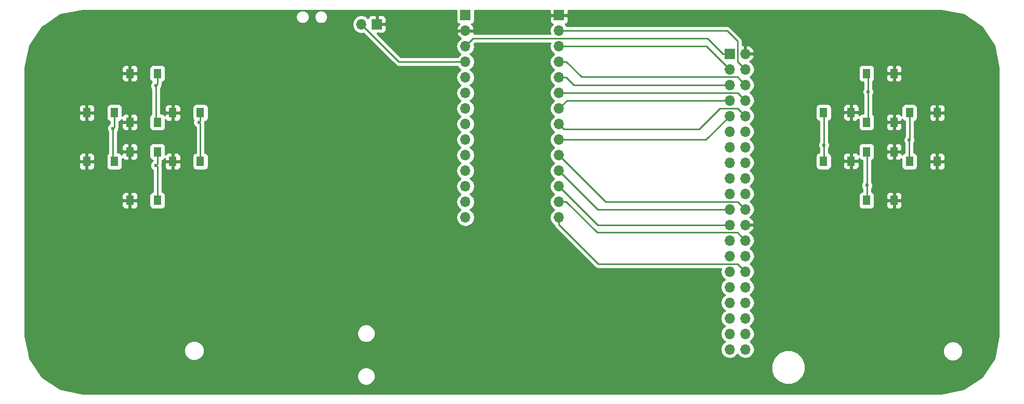
<source format=gtl>
G04 #@! TF.FileFunction,Copper,L1,Top,Signal*
%FSLAX46Y46*%
G04 Gerber Fmt 4.6, Leading zero omitted, Abs format (unit mm)*
G04 Created by KiCad (PCBNEW 4.0.7-e0-6372~58~ubuntu16.10.1) date Tue Sep 25 01:01:21 2018*
%MOMM*%
%LPD*%
G01*
G04 APERTURE LIST*
%ADD10C,0.100000*%
%ADD11R,1.700000X1.700000*%
%ADD12O,1.700000X1.700000*%
%ADD13R,1.300000X1.550000*%
%ADD14C,0.600000*%
%ADD15C,0.500000*%
%ADD16C,0.250000*%
%ADD17C,0.254000*%
G04 APERTURE END LIST*
D10*
D11*
X175460000Y-57800000D03*
D12*
X178000000Y-57800000D03*
X175460000Y-60340000D03*
X178000000Y-60340000D03*
X175460000Y-62880000D03*
X178000000Y-62880000D03*
X175460000Y-65420000D03*
X178000000Y-65420000D03*
X175460000Y-67960000D03*
X178000000Y-67960000D03*
X175460000Y-70500000D03*
X178000000Y-70500000D03*
X175460000Y-73040000D03*
X178000000Y-73040000D03*
X175460000Y-75580000D03*
X178000000Y-75580000D03*
X175460000Y-78120000D03*
X178000000Y-78120000D03*
X175460000Y-80660000D03*
X178000000Y-80660000D03*
X175460000Y-83200000D03*
X178000000Y-83200000D03*
X175460000Y-85740000D03*
X178000000Y-85740000D03*
X175460000Y-88280000D03*
X178000000Y-88280000D03*
X175460000Y-90820000D03*
X178000000Y-90820000D03*
X175460000Y-93360000D03*
X178000000Y-93360000D03*
X175460000Y-95900000D03*
X178000000Y-95900000D03*
X175460000Y-98440000D03*
X178000000Y-98440000D03*
X175460000Y-100980000D03*
X178000000Y-100980000D03*
X175460000Y-103520000D03*
X178000000Y-103520000D03*
X175460000Y-106060000D03*
X178000000Y-106060000D03*
D11*
X147650000Y-51499610D03*
D12*
X147650000Y-54039610D03*
X147650000Y-56579610D03*
X147650000Y-59119610D03*
X147650000Y-61659610D03*
X147650000Y-64199610D03*
X147650000Y-66739610D03*
X147650000Y-69279610D03*
X147650000Y-71819610D03*
X147650000Y-74359610D03*
X147650000Y-76899610D03*
X147650000Y-79439610D03*
X147650000Y-81979610D03*
X147650000Y-84519610D03*
D11*
X132410000Y-51499610D03*
D12*
X132410000Y-54039610D03*
X132410000Y-56579610D03*
X132410000Y-59119610D03*
X132410000Y-61659610D03*
X132410000Y-64199610D03*
X132410000Y-66739610D03*
X132410000Y-69279610D03*
X132410000Y-71819610D03*
X132410000Y-74359610D03*
X132410000Y-76899610D03*
X132410000Y-79439610D03*
X132410000Y-81979610D03*
X132410000Y-84519610D03*
D13*
X209250000Y-67425000D03*
X209250000Y-75375000D03*
X204750000Y-67425000D03*
X204750000Y-75375000D03*
X202250000Y-73800000D03*
X202250000Y-81750000D03*
X197750000Y-73800000D03*
X197750000Y-81750000D03*
X77750000Y-81750000D03*
X77750000Y-73800000D03*
X82250000Y-81750000D03*
X82250000Y-73800000D03*
X70750000Y-75375000D03*
X70750000Y-67425000D03*
X75250000Y-75375000D03*
X75250000Y-67425000D03*
X84750000Y-75375000D03*
X84750000Y-67425000D03*
X89250000Y-75375000D03*
X89250000Y-67425000D03*
X77750000Y-68975000D03*
X77750000Y-61025000D03*
X82250000Y-68975000D03*
X82250000Y-61025000D03*
X202250000Y-61025000D03*
X202250000Y-68975000D03*
X197750000Y-61025000D03*
X197750000Y-68975000D03*
X195250000Y-67400000D03*
X195250000Y-75350000D03*
X190750000Y-67400000D03*
X190750000Y-75350000D03*
D11*
X118000000Y-53000000D03*
D12*
X115460000Y-53000000D03*
D14*
X70800000Y-72700000D03*
X82000000Y-63000000D03*
X89000000Y-69000000D03*
X75000000Y-70000000D03*
X82000000Y-76000000D03*
X190800000Y-72700000D03*
X198000000Y-64000000D03*
X204700000Y-71900000D03*
X197800000Y-79300000D03*
D15*
X70750000Y-75375000D02*
X70750000Y-72750000D01*
X70750000Y-72750000D02*
X70800000Y-72700000D01*
D16*
X132410000Y-59119610D02*
X121579610Y-59119610D01*
X121579610Y-59119610D02*
X115460000Y-53000000D01*
X175460000Y-57800000D02*
X174360000Y-57800000D01*
X174360000Y-57800000D02*
X171860000Y-55300000D01*
X171860000Y-55300000D02*
X133689610Y-55300000D01*
X133259999Y-55729611D02*
X132410000Y-56579610D01*
X133689610Y-55300000D02*
X133259999Y-55729611D01*
X147650000Y-56579610D02*
X171699610Y-56579610D01*
X171699610Y-56579610D02*
X175460000Y-60340000D01*
X147650000Y-54039610D02*
X175039610Y-54039610D01*
X175039610Y-54039610D02*
X176740000Y-55740000D01*
X176740000Y-55740000D02*
X176740000Y-59080000D01*
X176740000Y-59080000D02*
X177150001Y-59490001D01*
X177150001Y-59490001D02*
X178000000Y-60340000D01*
X147650000Y-61659610D02*
X148852081Y-61659610D01*
X148852081Y-61659610D02*
X150072471Y-62880000D01*
X150072471Y-62880000D02*
X174257919Y-62880000D01*
X174257919Y-62880000D02*
X175460000Y-62880000D01*
X147650000Y-59119610D02*
X148852081Y-59119610D01*
X148852081Y-59119610D02*
X151332471Y-61600000D01*
X151332471Y-61600000D02*
X176720000Y-61600000D01*
X176720000Y-61600000D02*
X177150001Y-62030001D01*
X177150001Y-62030001D02*
X178000000Y-62880000D01*
X174257919Y-65420000D02*
X175460000Y-65420000D01*
X148969610Y-65420000D02*
X174257919Y-65420000D01*
X147650000Y-66739610D02*
X148969610Y-65420000D01*
X147650000Y-64199610D02*
X147689610Y-64160000D01*
X176740000Y-64160000D02*
X178000000Y-65420000D01*
X147689610Y-64160000D02*
X176740000Y-64160000D01*
X147650000Y-71819610D02*
X171600390Y-71819610D01*
X171600390Y-71819610D02*
X175460000Y-67960000D01*
X147650000Y-69279610D02*
X148499999Y-70129609D01*
X148499999Y-70129609D02*
X170470391Y-70129609D01*
X173900000Y-66700000D02*
X176740000Y-66700000D01*
X170470391Y-70129609D02*
X173900000Y-66700000D01*
X176740000Y-66700000D02*
X177150001Y-67110001D01*
X177150001Y-67110001D02*
X178000000Y-67960000D01*
X147650000Y-76899610D02*
X153950390Y-83200000D01*
X153950390Y-83200000D02*
X175460000Y-83200000D01*
X147650000Y-74359610D02*
X155240390Y-81950000D01*
X155240390Y-81950000D02*
X176750000Y-81950000D01*
X177150001Y-82350001D02*
X178000000Y-83200000D01*
X176750000Y-81950000D02*
X177150001Y-82350001D01*
X147650000Y-79439610D02*
X153950390Y-85740000D01*
X153950390Y-85740000D02*
X175460000Y-85740000D01*
X147650000Y-81979610D02*
X148852081Y-81979610D01*
X148852081Y-81979610D02*
X153872471Y-87000000D01*
X153872471Y-87000000D02*
X176720000Y-87000000D01*
X176720000Y-87000000D02*
X177150001Y-87430001D01*
X177150001Y-87430001D02*
X178000000Y-88280000D01*
X147650000Y-84519610D02*
X147650000Y-85721691D01*
X154028309Y-92100000D02*
X176740000Y-92100000D01*
X147650000Y-85721691D02*
X154028309Y-92100000D01*
X176740000Y-92100000D02*
X177150001Y-92510001D01*
X177150001Y-92510001D02*
X178000000Y-93360000D01*
X82000000Y-63000000D02*
X82000000Y-68725000D01*
X82000000Y-68725000D02*
X82250000Y-68975000D01*
X82250000Y-61025000D02*
X82250000Y-62750000D01*
X82250000Y-62750000D02*
X82000000Y-63000000D01*
X89250000Y-69250000D02*
X89000000Y-69000000D01*
X89250000Y-75375000D02*
X89250000Y-69250000D01*
X89250000Y-68750000D02*
X89000000Y-69000000D01*
X89250000Y-67425000D02*
X89250000Y-68750000D01*
X75000000Y-70000000D02*
X75000000Y-75125000D01*
X75000000Y-75125000D02*
X75250000Y-75375000D01*
X75250000Y-67425000D02*
X75250000Y-69750000D01*
X75250000Y-69750000D02*
X75000000Y-70000000D01*
X82250000Y-76250000D02*
X82000000Y-76000000D01*
X82250000Y-81750000D02*
X82250000Y-76250000D01*
X82250000Y-73800000D02*
X82250000Y-75750000D01*
X82250000Y-75750000D02*
X82000000Y-76000000D01*
X190800000Y-72700000D02*
X190800000Y-67450000D01*
X190800000Y-67450000D02*
X190750000Y-67400000D01*
X190800000Y-72700000D02*
X190800000Y-75300000D01*
X190800000Y-75300000D02*
X190750000Y-75350000D01*
X198000000Y-64000000D02*
X198000000Y-68725000D01*
X198000000Y-68725000D02*
X197750000Y-68975000D01*
X198000000Y-64000000D02*
X198000000Y-61275000D01*
X198000000Y-61275000D02*
X197750000Y-61025000D01*
X204750000Y-67425000D02*
X204750000Y-71850000D01*
X204750000Y-71850000D02*
X204700000Y-71900000D01*
X204700000Y-71900000D02*
X204700000Y-75325000D01*
X204700000Y-75325000D02*
X204750000Y-75375000D01*
X197800000Y-79300000D02*
X197800000Y-73850000D01*
X197800000Y-73850000D02*
X197750000Y-73800000D01*
X197800000Y-79300000D02*
X197800000Y-81700000D01*
X197800000Y-81700000D02*
X197750000Y-81750000D01*
D17*
G36*
X130912560Y-52349610D02*
X130956838Y-52584927D01*
X131095910Y-52801051D01*
X131308110Y-52946041D01*
X131416107Y-52967911D01*
X131138355Y-53272686D01*
X130968524Y-53682720D01*
X131089845Y-53912610D01*
X132283000Y-53912610D01*
X132283000Y-53892610D01*
X132537000Y-53892610D01*
X132537000Y-53912610D01*
X133730155Y-53912610D01*
X133851476Y-53682720D01*
X133681645Y-53272686D01*
X133405499Y-52969673D01*
X133495317Y-52952772D01*
X133711441Y-52813700D01*
X133856431Y-52601500D01*
X133907440Y-52349610D01*
X133907440Y-50710000D01*
X146165000Y-50710000D01*
X146165000Y-51213860D01*
X146323750Y-51372610D01*
X147523000Y-51372610D01*
X147523000Y-51352610D01*
X147777000Y-51352610D01*
X147777000Y-51372610D01*
X148976250Y-51372610D01*
X149135000Y-51213860D01*
X149135000Y-50710000D01*
X209930069Y-50710000D01*
X213549805Y-51430010D01*
X216559187Y-53440814D01*
X218569989Y-56450193D01*
X219290000Y-60069931D01*
X219290000Y-103930069D01*
X218569989Y-107549807D01*
X216559187Y-110559186D01*
X213549805Y-112569990D01*
X209930069Y-113290000D01*
X70069931Y-113290000D01*
X66450193Y-112569989D01*
X63717540Y-110744089D01*
X114764743Y-110744089D01*
X114990344Y-111290086D01*
X115407717Y-111708188D01*
X115953319Y-111934742D01*
X116544089Y-111935257D01*
X117090086Y-111709656D01*
X117508188Y-111292283D01*
X117734742Y-110746681D01*
X117735257Y-110155911D01*
X117509656Y-109609914D01*
X117451384Y-109551540D01*
X182214518Y-109551540D01*
X182637616Y-110575515D01*
X183420365Y-111359631D01*
X184443599Y-111784515D01*
X185551540Y-111785482D01*
X186575515Y-111362384D01*
X187359631Y-110579635D01*
X187784515Y-109556401D01*
X187785482Y-108448460D01*
X187362384Y-107424485D01*
X186621008Y-106681814D01*
X210194718Y-106681814D01*
X210441588Y-107279286D01*
X210898309Y-107736805D01*
X211495349Y-107984718D01*
X212141814Y-107985282D01*
X212739286Y-107738412D01*
X213196805Y-107281691D01*
X213444718Y-106684651D01*
X213445282Y-106038186D01*
X213198412Y-105440714D01*
X212741691Y-104983195D01*
X212144651Y-104735282D01*
X211498186Y-104734718D01*
X210900714Y-104981588D01*
X210443195Y-105438309D01*
X210195282Y-106035349D01*
X210194718Y-106681814D01*
X186621008Y-106681814D01*
X186579635Y-106640369D01*
X185556401Y-106215485D01*
X184448460Y-106214518D01*
X183424485Y-106637616D01*
X182640369Y-107420365D01*
X182215485Y-108443599D01*
X182214518Y-109551540D01*
X117451384Y-109551540D01*
X117092283Y-109191812D01*
X116546681Y-108965258D01*
X115955911Y-108964743D01*
X115409914Y-109190344D01*
X114991812Y-109607717D01*
X114765258Y-110153319D01*
X114764743Y-110744089D01*
X63717540Y-110744089D01*
X63440814Y-110559187D01*
X61430010Y-107549805D01*
X61237465Y-106581814D01*
X86594718Y-106581814D01*
X86841588Y-107179286D01*
X87298309Y-107636805D01*
X87895349Y-107884718D01*
X88541814Y-107885282D01*
X89139286Y-107638412D01*
X89596805Y-107181691D01*
X89844718Y-106584651D01*
X89845282Y-105938186D01*
X89598412Y-105340714D01*
X89141691Y-104883195D01*
X88544651Y-104635282D01*
X87898186Y-104634718D01*
X87300714Y-104881588D01*
X86843195Y-105338309D01*
X86595282Y-105935349D01*
X86594718Y-106581814D01*
X61237465Y-106581814D01*
X60710000Y-103930069D01*
X60710000Y-103744089D01*
X114764743Y-103744089D01*
X114990344Y-104290086D01*
X115407717Y-104708188D01*
X115953319Y-104934742D01*
X116544089Y-104935257D01*
X117090086Y-104709656D01*
X117508188Y-104292283D01*
X117734742Y-103746681D01*
X117735257Y-103155911D01*
X117509656Y-102609914D01*
X117092283Y-102191812D01*
X116546681Y-101965258D01*
X115955911Y-101964743D01*
X115409914Y-102190344D01*
X114991812Y-102607717D01*
X114765258Y-103153319D01*
X114764743Y-103744089D01*
X60710000Y-103744089D01*
X60710000Y-82035750D01*
X76465000Y-82035750D01*
X76465000Y-82651309D01*
X76561673Y-82884698D01*
X76740301Y-83063327D01*
X76973690Y-83160000D01*
X77464250Y-83160000D01*
X77623000Y-83001250D01*
X77623000Y-81877000D01*
X77877000Y-81877000D01*
X77877000Y-83001250D01*
X78035750Y-83160000D01*
X78526310Y-83160000D01*
X78759699Y-83063327D01*
X78938327Y-82884698D01*
X79035000Y-82651309D01*
X79035000Y-82035750D01*
X78876250Y-81877000D01*
X77877000Y-81877000D01*
X77623000Y-81877000D01*
X76623750Y-81877000D01*
X76465000Y-82035750D01*
X60710000Y-82035750D01*
X60710000Y-80848691D01*
X76465000Y-80848691D01*
X76465000Y-81464250D01*
X76623750Y-81623000D01*
X77623000Y-81623000D01*
X77623000Y-80498750D01*
X77877000Y-80498750D01*
X77877000Y-81623000D01*
X78876250Y-81623000D01*
X79035000Y-81464250D01*
X79035000Y-80848691D01*
X78938327Y-80615302D01*
X78759699Y-80436673D01*
X78526310Y-80340000D01*
X78035750Y-80340000D01*
X77877000Y-80498750D01*
X77623000Y-80498750D01*
X77464250Y-80340000D01*
X76973690Y-80340000D01*
X76740301Y-80436673D01*
X76561673Y-80615302D01*
X76465000Y-80848691D01*
X60710000Y-80848691D01*
X60710000Y-75660750D01*
X69465000Y-75660750D01*
X69465000Y-76276309D01*
X69561673Y-76509698D01*
X69740301Y-76688327D01*
X69973690Y-76785000D01*
X70464250Y-76785000D01*
X70623000Y-76626250D01*
X70623000Y-75502000D01*
X70877000Y-75502000D01*
X70877000Y-76626250D01*
X71035750Y-76785000D01*
X71526310Y-76785000D01*
X71759699Y-76688327D01*
X71938327Y-76509698D01*
X72035000Y-76276309D01*
X72035000Y-75660750D01*
X71876250Y-75502000D01*
X70877000Y-75502000D01*
X70623000Y-75502000D01*
X69623750Y-75502000D01*
X69465000Y-75660750D01*
X60710000Y-75660750D01*
X60710000Y-74473691D01*
X69465000Y-74473691D01*
X69465000Y-75089250D01*
X69623750Y-75248000D01*
X70623000Y-75248000D01*
X70623000Y-74123750D01*
X70877000Y-74123750D01*
X70877000Y-75248000D01*
X71876250Y-75248000D01*
X72035000Y-75089250D01*
X72035000Y-74473691D01*
X71938327Y-74240302D01*
X71759699Y-74061673D01*
X71526310Y-73965000D01*
X71035750Y-73965000D01*
X70877000Y-74123750D01*
X70623000Y-74123750D01*
X70464250Y-73965000D01*
X69973690Y-73965000D01*
X69740301Y-74061673D01*
X69561673Y-74240302D01*
X69465000Y-74473691D01*
X60710000Y-74473691D01*
X60710000Y-67710750D01*
X69465000Y-67710750D01*
X69465000Y-68326309D01*
X69561673Y-68559698D01*
X69740301Y-68738327D01*
X69973690Y-68835000D01*
X70464250Y-68835000D01*
X70623000Y-68676250D01*
X70623000Y-67552000D01*
X70877000Y-67552000D01*
X70877000Y-68676250D01*
X71035750Y-68835000D01*
X71526310Y-68835000D01*
X71759699Y-68738327D01*
X71938327Y-68559698D01*
X72035000Y-68326309D01*
X72035000Y-67710750D01*
X71876250Y-67552000D01*
X70877000Y-67552000D01*
X70623000Y-67552000D01*
X69623750Y-67552000D01*
X69465000Y-67710750D01*
X60710000Y-67710750D01*
X60710000Y-66523691D01*
X69465000Y-66523691D01*
X69465000Y-67139250D01*
X69623750Y-67298000D01*
X70623000Y-67298000D01*
X70623000Y-66173750D01*
X70877000Y-66173750D01*
X70877000Y-67298000D01*
X71876250Y-67298000D01*
X72035000Y-67139250D01*
X72035000Y-66650000D01*
X73952560Y-66650000D01*
X73952560Y-68200000D01*
X73996838Y-68435317D01*
X74135910Y-68651441D01*
X74348110Y-68796431D01*
X74490000Y-68825164D01*
X74490000Y-69199056D01*
X74471057Y-69206883D01*
X74207808Y-69469673D01*
X74065162Y-69813201D01*
X74064838Y-70185167D01*
X74206883Y-70528943D01*
X74240000Y-70562118D01*
X74240000Y-74077069D01*
X74148559Y-74135910D01*
X74003569Y-74348110D01*
X73952560Y-74600000D01*
X73952560Y-76150000D01*
X73996838Y-76385317D01*
X74135910Y-76601441D01*
X74348110Y-76746431D01*
X74600000Y-76797440D01*
X75900000Y-76797440D01*
X76135317Y-76753162D01*
X76351441Y-76614090D01*
X76496431Y-76401890D01*
X76547440Y-76150000D01*
X76547440Y-74900337D01*
X76561673Y-74934698D01*
X76740301Y-75113327D01*
X76973690Y-75210000D01*
X77464250Y-75210000D01*
X77623000Y-75051250D01*
X77623000Y-73927000D01*
X77877000Y-73927000D01*
X77877000Y-75051250D01*
X78035750Y-75210000D01*
X78526310Y-75210000D01*
X78759699Y-75113327D01*
X78938327Y-74934698D01*
X79035000Y-74701309D01*
X79035000Y-74085750D01*
X78876250Y-73927000D01*
X77877000Y-73927000D01*
X77623000Y-73927000D01*
X76623750Y-73927000D01*
X76465000Y-74085750D01*
X76465000Y-74305378D01*
X76364090Y-74148559D01*
X76151890Y-74003569D01*
X75900000Y-73952560D01*
X75760000Y-73952560D01*
X75760000Y-72898691D01*
X76465000Y-72898691D01*
X76465000Y-73514250D01*
X76623750Y-73673000D01*
X77623000Y-73673000D01*
X77623000Y-72548750D01*
X77877000Y-72548750D01*
X77877000Y-73673000D01*
X78876250Y-73673000D01*
X79035000Y-73514250D01*
X79035000Y-73025000D01*
X80952560Y-73025000D01*
X80952560Y-74575000D01*
X80996838Y-74810317D01*
X81135910Y-75026441D01*
X81348110Y-75171431D01*
X81488200Y-75199800D01*
X81471057Y-75206883D01*
X81207808Y-75469673D01*
X81065162Y-75813201D01*
X81064838Y-76185167D01*
X81206883Y-76528943D01*
X81469673Y-76792192D01*
X81490000Y-76800633D01*
X81490000Y-80348258D01*
X81364683Y-80371838D01*
X81148559Y-80510910D01*
X81003569Y-80723110D01*
X80952560Y-80975000D01*
X80952560Y-82525000D01*
X80996838Y-82760317D01*
X81135910Y-82976441D01*
X81348110Y-83121431D01*
X81600000Y-83172440D01*
X82900000Y-83172440D01*
X83135317Y-83128162D01*
X83351441Y-82989090D01*
X83496431Y-82776890D01*
X83547440Y-82525000D01*
X83547440Y-80975000D01*
X83503162Y-80739683D01*
X83364090Y-80523559D01*
X83151890Y-80378569D01*
X83010000Y-80349836D01*
X83010000Y-76250000D01*
X82990109Y-76150000D01*
X82960272Y-76000000D01*
X83010000Y-75750000D01*
X83010000Y-75660750D01*
X83465000Y-75660750D01*
X83465000Y-76276309D01*
X83561673Y-76509698D01*
X83740301Y-76688327D01*
X83973690Y-76785000D01*
X84464250Y-76785000D01*
X84623000Y-76626250D01*
X84623000Y-75502000D01*
X84877000Y-75502000D01*
X84877000Y-76626250D01*
X85035750Y-76785000D01*
X85526310Y-76785000D01*
X85759699Y-76688327D01*
X85938327Y-76509698D01*
X86035000Y-76276309D01*
X86035000Y-75660750D01*
X85876250Y-75502000D01*
X84877000Y-75502000D01*
X84623000Y-75502000D01*
X83623750Y-75502000D01*
X83465000Y-75660750D01*
X83010000Y-75660750D01*
X83010000Y-75201742D01*
X83135317Y-75178162D01*
X83351441Y-75039090D01*
X83465000Y-74872891D01*
X83465000Y-75089250D01*
X83623750Y-75248000D01*
X84623000Y-75248000D01*
X84623000Y-74123750D01*
X84877000Y-74123750D01*
X84877000Y-75248000D01*
X85876250Y-75248000D01*
X86035000Y-75089250D01*
X86035000Y-74473691D01*
X85938327Y-74240302D01*
X85759699Y-74061673D01*
X85526310Y-73965000D01*
X85035750Y-73965000D01*
X84877000Y-74123750D01*
X84623000Y-74123750D01*
X84464250Y-73965000D01*
X83973690Y-73965000D01*
X83740301Y-74061673D01*
X83561673Y-74240302D01*
X83547440Y-74274663D01*
X83547440Y-73025000D01*
X83503162Y-72789683D01*
X83364090Y-72573559D01*
X83151890Y-72428569D01*
X82900000Y-72377560D01*
X81600000Y-72377560D01*
X81364683Y-72421838D01*
X81148559Y-72560910D01*
X81003569Y-72773110D01*
X80952560Y-73025000D01*
X79035000Y-73025000D01*
X79035000Y-72898691D01*
X78938327Y-72665302D01*
X78759699Y-72486673D01*
X78526310Y-72390000D01*
X78035750Y-72390000D01*
X77877000Y-72548750D01*
X77623000Y-72548750D01*
X77464250Y-72390000D01*
X76973690Y-72390000D01*
X76740301Y-72486673D01*
X76561673Y-72665302D01*
X76465000Y-72898691D01*
X75760000Y-72898691D01*
X75760000Y-70562463D01*
X75792192Y-70530327D01*
X75934838Y-70186799D01*
X75934943Y-70066590D01*
X75952148Y-70040840D01*
X76010000Y-69750000D01*
X76010000Y-69260750D01*
X76465000Y-69260750D01*
X76465000Y-69876309D01*
X76561673Y-70109698D01*
X76740301Y-70288327D01*
X76973690Y-70385000D01*
X77464250Y-70385000D01*
X77623000Y-70226250D01*
X77623000Y-69102000D01*
X77877000Y-69102000D01*
X77877000Y-70226250D01*
X78035750Y-70385000D01*
X78526310Y-70385000D01*
X78759699Y-70288327D01*
X78938327Y-70109698D01*
X79035000Y-69876309D01*
X79035000Y-69260750D01*
X78876250Y-69102000D01*
X77877000Y-69102000D01*
X77623000Y-69102000D01*
X76623750Y-69102000D01*
X76465000Y-69260750D01*
X76010000Y-69260750D01*
X76010000Y-68826742D01*
X76135317Y-68803162D01*
X76351441Y-68664090D01*
X76465000Y-68497891D01*
X76465000Y-68689250D01*
X76623750Y-68848000D01*
X77623000Y-68848000D01*
X77623000Y-67723750D01*
X77877000Y-67723750D01*
X77877000Y-68848000D01*
X78876250Y-68848000D01*
X79035000Y-68689250D01*
X79035000Y-68073691D01*
X78938327Y-67840302D01*
X78759699Y-67661673D01*
X78526310Y-67565000D01*
X78035750Y-67565000D01*
X77877000Y-67723750D01*
X77623000Y-67723750D01*
X77464250Y-67565000D01*
X76973690Y-67565000D01*
X76740301Y-67661673D01*
X76561673Y-67840302D01*
X76547440Y-67874663D01*
X76547440Y-66650000D01*
X76503162Y-66414683D01*
X76364090Y-66198559D01*
X76151890Y-66053569D01*
X75900000Y-66002560D01*
X74600000Y-66002560D01*
X74364683Y-66046838D01*
X74148559Y-66185910D01*
X74003569Y-66398110D01*
X73952560Y-66650000D01*
X72035000Y-66650000D01*
X72035000Y-66523691D01*
X71938327Y-66290302D01*
X71759699Y-66111673D01*
X71526310Y-66015000D01*
X71035750Y-66015000D01*
X70877000Y-66173750D01*
X70623000Y-66173750D01*
X70464250Y-66015000D01*
X69973690Y-66015000D01*
X69740301Y-66111673D01*
X69561673Y-66290302D01*
X69465000Y-66523691D01*
X60710000Y-66523691D01*
X60710000Y-61310750D01*
X76465000Y-61310750D01*
X76465000Y-61926309D01*
X76561673Y-62159698D01*
X76740301Y-62338327D01*
X76973690Y-62435000D01*
X77464250Y-62435000D01*
X77623000Y-62276250D01*
X77623000Y-61152000D01*
X77877000Y-61152000D01*
X77877000Y-62276250D01*
X78035750Y-62435000D01*
X78526310Y-62435000D01*
X78759699Y-62338327D01*
X78938327Y-62159698D01*
X79035000Y-61926309D01*
X79035000Y-61310750D01*
X78876250Y-61152000D01*
X77877000Y-61152000D01*
X77623000Y-61152000D01*
X76623750Y-61152000D01*
X76465000Y-61310750D01*
X60710000Y-61310750D01*
X60710000Y-60123691D01*
X76465000Y-60123691D01*
X76465000Y-60739250D01*
X76623750Y-60898000D01*
X77623000Y-60898000D01*
X77623000Y-59773750D01*
X77877000Y-59773750D01*
X77877000Y-60898000D01*
X78876250Y-60898000D01*
X79035000Y-60739250D01*
X79035000Y-60250000D01*
X80952560Y-60250000D01*
X80952560Y-61800000D01*
X80996838Y-62035317D01*
X81135910Y-62251441D01*
X81308375Y-62369281D01*
X81207808Y-62469673D01*
X81065162Y-62813201D01*
X81064838Y-63185167D01*
X81206883Y-63528943D01*
X81240000Y-63562118D01*
X81240000Y-67677069D01*
X81148559Y-67735910D01*
X81003569Y-67948110D01*
X80952560Y-68200000D01*
X80952560Y-69750000D01*
X80996838Y-69985317D01*
X81135910Y-70201441D01*
X81348110Y-70346431D01*
X81600000Y-70397440D01*
X82900000Y-70397440D01*
X83135317Y-70353162D01*
X83351441Y-70214090D01*
X83496431Y-70001890D01*
X83547440Y-69750000D01*
X83547440Y-68525337D01*
X83561673Y-68559698D01*
X83740301Y-68738327D01*
X83973690Y-68835000D01*
X84464250Y-68835000D01*
X84623000Y-68676250D01*
X84623000Y-67552000D01*
X84877000Y-67552000D01*
X84877000Y-68676250D01*
X85035750Y-68835000D01*
X85526310Y-68835000D01*
X85759699Y-68738327D01*
X85938327Y-68559698D01*
X86035000Y-68326309D01*
X86035000Y-67710750D01*
X85876250Y-67552000D01*
X84877000Y-67552000D01*
X84623000Y-67552000D01*
X83623750Y-67552000D01*
X83465000Y-67710750D01*
X83465000Y-67905378D01*
X83364090Y-67748559D01*
X83151890Y-67603569D01*
X82900000Y-67552560D01*
X82760000Y-67552560D01*
X82760000Y-66523691D01*
X83465000Y-66523691D01*
X83465000Y-67139250D01*
X83623750Y-67298000D01*
X84623000Y-67298000D01*
X84623000Y-66173750D01*
X84877000Y-66173750D01*
X84877000Y-67298000D01*
X85876250Y-67298000D01*
X86035000Y-67139250D01*
X86035000Y-66650000D01*
X87952560Y-66650000D01*
X87952560Y-68200000D01*
X87996838Y-68435317D01*
X88133735Y-68648060D01*
X88065162Y-68813201D01*
X88064838Y-69185167D01*
X88206883Y-69528943D01*
X88469673Y-69792192D01*
X88490000Y-69800633D01*
X88490000Y-73973258D01*
X88364683Y-73996838D01*
X88148559Y-74135910D01*
X88003569Y-74348110D01*
X87952560Y-74600000D01*
X87952560Y-76150000D01*
X87996838Y-76385317D01*
X88135910Y-76601441D01*
X88348110Y-76746431D01*
X88600000Y-76797440D01*
X89900000Y-76797440D01*
X90135317Y-76753162D01*
X90351441Y-76614090D01*
X90496431Y-76401890D01*
X90547440Y-76150000D01*
X90547440Y-74600000D01*
X90503162Y-74364683D01*
X90364090Y-74148559D01*
X90151890Y-74003569D01*
X90010000Y-73974836D01*
X90010000Y-69250000D01*
X89963255Y-69015000D01*
X89960272Y-69000000D01*
X89994141Y-68829726D01*
X90135317Y-68803162D01*
X90351441Y-68664090D01*
X90496431Y-68451890D01*
X90547440Y-68200000D01*
X90547440Y-66650000D01*
X90503162Y-66414683D01*
X90364090Y-66198559D01*
X90151890Y-66053569D01*
X89900000Y-66002560D01*
X88600000Y-66002560D01*
X88364683Y-66046838D01*
X88148559Y-66185910D01*
X88003569Y-66398110D01*
X87952560Y-66650000D01*
X86035000Y-66650000D01*
X86035000Y-66523691D01*
X85938327Y-66290302D01*
X85759699Y-66111673D01*
X85526310Y-66015000D01*
X85035750Y-66015000D01*
X84877000Y-66173750D01*
X84623000Y-66173750D01*
X84464250Y-66015000D01*
X83973690Y-66015000D01*
X83740301Y-66111673D01*
X83561673Y-66290302D01*
X83465000Y-66523691D01*
X82760000Y-66523691D01*
X82760000Y-63562463D01*
X82792192Y-63530327D01*
X82934838Y-63186799D01*
X82934943Y-63066590D01*
X82952148Y-63040840D01*
X83010000Y-62750000D01*
X83010000Y-62426742D01*
X83135317Y-62403162D01*
X83351441Y-62264090D01*
X83496431Y-62051890D01*
X83547440Y-61800000D01*
X83547440Y-60250000D01*
X83503162Y-60014683D01*
X83364090Y-59798559D01*
X83151890Y-59653569D01*
X82900000Y-59602560D01*
X81600000Y-59602560D01*
X81364683Y-59646838D01*
X81148559Y-59785910D01*
X81003569Y-59998110D01*
X80952560Y-60250000D01*
X79035000Y-60250000D01*
X79035000Y-60123691D01*
X78938327Y-59890302D01*
X78759699Y-59711673D01*
X78526310Y-59615000D01*
X78035750Y-59615000D01*
X77877000Y-59773750D01*
X77623000Y-59773750D01*
X77464250Y-59615000D01*
X76973690Y-59615000D01*
X76740301Y-59711673D01*
X76561673Y-59890302D01*
X76465000Y-60123691D01*
X60710000Y-60123691D01*
X60710000Y-60069931D01*
X61430010Y-56450195D01*
X63440814Y-53440813D01*
X64144078Y-52970907D01*
X113975000Y-52970907D01*
X113975000Y-53029093D01*
X114088039Y-53597378D01*
X114409946Y-54079147D01*
X114891715Y-54401054D01*
X115460000Y-54514093D01*
X115826408Y-54441210D01*
X121042209Y-59657011D01*
X121288770Y-59821758D01*
X121337024Y-59831356D01*
X121579610Y-59879610D01*
X131137046Y-59879610D01*
X131330853Y-60169664D01*
X131660026Y-60389610D01*
X131330853Y-60609556D01*
X131008946Y-61091325D01*
X130895907Y-61659610D01*
X131008946Y-62227895D01*
X131330853Y-62709664D01*
X131660026Y-62929610D01*
X131330853Y-63149556D01*
X131008946Y-63631325D01*
X130895907Y-64199610D01*
X131008946Y-64767895D01*
X131330853Y-65249664D01*
X131660026Y-65469610D01*
X131330853Y-65689556D01*
X131008946Y-66171325D01*
X130895907Y-66739610D01*
X131008946Y-67307895D01*
X131330853Y-67789664D01*
X131660026Y-68009610D01*
X131330853Y-68229556D01*
X131008946Y-68711325D01*
X130895907Y-69279610D01*
X131008946Y-69847895D01*
X131330853Y-70329664D01*
X131660026Y-70549610D01*
X131330853Y-70769556D01*
X131008946Y-71251325D01*
X130895907Y-71819610D01*
X131008946Y-72387895D01*
X131330853Y-72869664D01*
X131660026Y-73089610D01*
X131330853Y-73309556D01*
X131008946Y-73791325D01*
X130895907Y-74359610D01*
X131008946Y-74927895D01*
X131330853Y-75409664D01*
X131660026Y-75629610D01*
X131330853Y-75849556D01*
X131008946Y-76331325D01*
X130895907Y-76899610D01*
X131008946Y-77467895D01*
X131330853Y-77949664D01*
X131660026Y-78169610D01*
X131330853Y-78389556D01*
X131008946Y-78871325D01*
X130895907Y-79439610D01*
X131008946Y-80007895D01*
X131330853Y-80489664D01*
X131660026Y-80709610D01*
X131330853Y-80929556D01*
X131008946Y-81411325D01*
X130895907Y-81979610D01*
X131008946Y-82547895D01*
X131330853Y-83029664D01*
X131660026Y-83249610D01*
X131330853Y-83469556D01*
X131008946Y-83951325D01*
X130895907Y-84519610D01*
X131008946Y-85087895D01*
X131330853Y-85569664D01*
X131812622Y-85891571D01*
X132380907Y-86004610D01*
X132439093Y-86004610D01*
X133007378Y-85891571D01*
X133489147Y-85569664D01*
X133811054Y-85087895D01*
X133924093Y-84519610D01*
X133811054Y-83951325D01*
X133489147Y-83469556D01*
X133159974Y-83249610D01*
X133489147Y-83029664D01*
X133811054Y-82547895D01*
X133924093Y-81979610D01*
X133811054Y-81411325D01*
X133489147Y-80929556D01*
X133159974Y-80709610D01*
X133489147Y-80489664D01*
X133811054Y-80007895D01*
X133924093Y-79439610D01*
X133811054Y-78871325D01*
X133489147Y-78389556D01*
X133159974Y-78169610D01*
X133489147Y-77949664D01*
X133811054Y-77467895D01*
X133924093Y-76899610D01*
X133811054Y-76331325D01*
X133489147Y-75849556D01*
X133159974Y-75629610D01*
X133489147Y-75409664D01*
X133811054Y-74927895D01*
X133924093Y-74359610D01*
X133811054Y-73791325D01*
X133489147Y-73309556D01*
X133159974Y-73089610D01*
X133489147Y-72869664D01*
X133811054Y-72387895D01*
X133924093Y-71819610D01*
X133811054Y-71251325D01*
X133489147Y-70769556D01*
X133159974Y-70549610D01*
X133489147Y-70329664D01*
X133811054Y-69847895D01*
X133924093Y-69279610D01*
X133811054Y-68711325D01*
X133489147Y-68229556D01*
X133159974Y-68009610D01*
X133489147Y-67789664D01*
X133811054Y-67307895D01*
X133924093Y-66739610D01*
X133811054Y-66171325D01*
X133489147Y-65689556D01*
X133159974Y-65469610D01*
X133489147Y-65249664D01*
X133811054Y-64767895D01*
X133924093Y-64199610D01*
X133811054Y-63631325D01*
X133489147Y-63149556D01*
X133159974Y-62929610D01*
X133489147Y-62709664D01*
X133811054Y-62227895D01*
X133924093Y-61659610D01*
X133811054Y-61091325D01*
X133489147Y-60609556D01*
X133159974Y-60389610D01*
X133489147Y-60169664D01*
X133811054Y-59687895D01*
X133924093Y-59119610D01*
X133811054Y-58551325D01*
X133489147Y-58069556D01*
X133159974Y-57849610D01*
X133489147Y-57629664D01*
X133811054Y-57147895D01*
X133924093Y-56579610D01*
X133851210Y-56213202D01*
X134004412Y-56060000D01*
X146239264Y-56060000D01*
X146135907Y-56579610D01*
X146248946Y-57147895D01*
X146570853Y-57629664D01*
X146900026Y-57849610D01*
X146570853Y-58069556D01*
X146248946Y-58551325D01*
X146135907Y-59119610D01*
X146248946Y-59687895D01*
X146570853Y-60169664D01*
X146900026Y-60389610D01*
X146570853Y-60609556D01*
X146248946Y-61091325D01*
X146135907Y-61659610D01*
X146248946Y-62227895D01*
X146570853Y-62709664D01*
X146900026Y-62929610D01*
X146570853Y-63149556D01*
X146248946Y-63631325D01*
X146135907Y-64199610D01*
X146248946Y-64767895D01*
X146570853Y-65249664D01*
X146900026Y-65469610D01*
X146570853Y-65689556D01*
X146248946Y-66171325D01*
X146135907Y-66739610D01*
X146248946Y-67307895D01*
X146570853Y-67789664D01*
X146900026Y-68009610D01*
X146570853Y-68229556D01*
X146248946Y-68711325D01*
X146135907Y-69279610D01*
X146248946Y-69847895D01*
X146570853Y-70329664D01*
X146900026Y-70549610D01*
X146570853Y-70769556D01*
X146248946Y-71251325D01*
X146135907Y-71819610D01*
X146248946Y-72387895D01*
X146570853Y-72869664D01*
X146900026Y-73089610D01*
X146570853Y-73309556D01*
X146248946Y-73791325D01*
X146135907Y-74359610D01*
X146248946Y-74927895D01*
X146570853Y-75409664D01*
X146900026Y-75629610D01*
X146570853Y-75849556D01*
X146248946Y-76331325D01*
X146135907Y-76899610D01*
X146248946Y-77467895D01*
X146570853Y-77949664D01*
X146900026Y-78169610D01*
X146570853Y-78389556D01*
X146248946Y-78871325D01*
X146135907Y-79439610D01*
X146248946Y-80007895D01*
X146570853Y-80489664D01*
X146900026Y-80709610D01*
X146570853Y-80929556D01*
X146248946Y-81411325D01*
X146135907Y-81979610D01*
X146248946Y-82547895D01*
X146570853Y-83029664D01*
X146900026Y-83249610D01*
X146570853Y-83469556D01*
X146248946Y-83951325D01*
X146135907Y-84519610D01*
X146248946Y-85087895D01*
X146570853Y-85569664D01*
X146904044Y-85792295D01*
X146947852Y-86012530D01*
X147112599Y-86259092D01*
X153490908Y-92637401D01*
X153737470Y-92802148D01*
X154028309Y-92860000D01*
X174045363Y-92860000D01*
X173945907Y-93360000D01*
X174058946Y-93928285D01*
X174380853Y-94410054D01*
X174710026Y-94630000D01*
X174380853Y-94849946D01*
X174058946Y-95331715D01*
X173945907Y-95900000D01*
X174058946Y-96468285D01*
X174380853Y-96950054D01*
X174710026Y-97170000D01*
X174380853Y-97389946D01*
X174058946Y-97871715D01*
X173945907Y-98440000D01*
X174058946Y-99008285D01*
X174380853Y-99490054D01*
X174710026Y-99710000D01*
X174380853Y-99929946D01*
X174058946Y-100411715D01*
X173945907Y-100980000D01*
X174058946Y-101548285D01*
X174380853Y-102030054D01*
X174710026Y-102250000D01*
X174380853Y-102469946D01*
X174058946Y-102951715D01*
X173945907Y-103520000D01*
X174058946Y-104088285D01*
X174380853Y-104570054D01*
X174710026Y-104790000D01*
X174380853Y-105009946D01*
X174058946Y-105491715D01*
X173945907Y-106060000D01*
X174058946Y-106628285D01*
X174380853Y-107110054D01*
X174862622Y-107431961D01*
X175430907Y-107545000D01*
X175489093Y-107545000D01*
X176057378Y-107431961D01*
X176539147Y-107110054D01*
X176730000Y-106824422D01*
X176920853Y-107110054D01*
X177402622Y-107431961D01*
X177970907Y-107545000D01*
X178029093Y-107545000D01*
X178597378Y-107431961D01*
X179079147Y-107110054D01*
X179401054Y-106628285D01*
X179514093Y-106060000D01*
X179401054Y-105491715D01*
X179079147Y-105009946D01*
X178749974Y-104790000D01*
X179079147Y-104570054D01*
X179401054Y-104088285D01*
X179514093Y-103520000D01*
X179401054Y-102951715D01*
X179079147Y-102469946D01*
X178749974Y-102250000D01*
X179079147Y-102030054D01*
X179401054Y-101548285D01*
X179514093Y-100980000D01*
X179401054Y-100411715D01*
X179079147Y-99929946D01*
X178749974Y-99710000D01*
X179079147Y-99490054D01*
X179401054Y-99008285D01*
X179514093Y-98440000D01*
X179401054Y-97871715D01*
X179079147Y-97389946D01*
X178749974Y-97170000D01*
X179079147Y-96950054D01*
X179401054Y-96468285D01*
X179514093Y-95900000D01*
X179401054Y-95331715D01*
X179079147Y-94849946D01*
X178749974Y-94630000D01*
X179079147Y-94410054D01*
X179401054Y-93928285D01*
X179514093Y-93360000D01*
X179401054Y-92791715D01*
X179079147Y-92309946D01*
X178749974Y-92090000D01*
X179079147Y-91870054D01*
X179401054Y-91388285D01*
X179514093Y-90820000D01*
X179401054Y-90251715D01*
X179079147Y-89769946D01*
X178749974Y-89550000D01*
X179079147Y-89330054D01*
X179401054Y-88848285D01*
X179514093Y-88280000D01*
X179401054Y-87711715D01*
X179079147Y-87229946D01*
X178738447Y-87002298D01*
X178881358Y-86935183D01*
X179271645Y-86506924D01*
X179441476Y-86096890D01*
X179320155Y-85867000D01*
X178127000Y-85867000D01*
X178127000Y-85887000D01*
X177873000Y-85887000D01*
X177873000Y-85867000D01*
X177853000Y-85867000D01*
X177853000Y-85613000D01*
X177873000Y-85613000D01*
X177873000Y-85593000D01*
X178127000Y-85593000D01*
X178127000Y-85613000D01*
X179320155Y-85613000D01*
X179441476Y-85383110D01*
X179271645Y-84973076D01*
X178881358Y-84544817D01*
X178738447Y-84477702D01*
X179079147Y-84250054D01*
X179401054Y-83768285D01*
X179514093Y-83200000D01*
X179401054Y-82631715D01*
X179079147Y-82149946D01*
X178749974Y-81930000D01*
X179079147Y-81710054D01*
X179401054Y-81228285D01*
X179514093Y-80660000D01*
X179401054Y-80091715D01*
X179079147Y-79609946D01*
X178749974Y-79390000D01*
X179079147Y-79170054D01*
X179401054Y-78688285D01*
X179514093Y-78120000D01*
X179401054Y-77551715D01*
X179079147Y-77069946D01*
X178749974Y-76850000D01*
X179079147Y-76630054D01*
X179401054Y-76148285D01*
X179514093Y-75580000D01*
X179401054Y-75011715D01*
X179079147Y-74529946D01*
X178749974Y-74310000D01*
X179079147Y-74090054D01*
X179401054Y-73608285D01*
X179514093Y-73040000D01*
X179401054Y-72471715D01*
X179079147Y-71989946D01*
X178749974Y-71770000D01*
X179079147Y-71550054D01*
X179401054Y-71068285D01*
X179514093Y-70500000D01*
X179401054Y-69931715D01*
X179079147Y-69449946D01*
X178749974Y-69230000D01*
X179079147Y-69010054D01*
X179401054Y-68528285D01*
X179514093Y-67960000D01*
X179401054Y-67391715D01*
X179079147Y-66909946D01*
X178749974Y-66690000D01*
X178847253Y-66625000D01*
X189452560Y-66625000D01*
X189452560Y-68175000D01*
X189496838Y-68410317D01*
X189635910Y-68626441D01*
X189848110Y-68771431D01*
X190040000Y-68810290D01*
X190040000Y-72137537D01*
X190007808Y-72169673D01*
X189865162Y-72513201D01*
X189864838Y-72885167D01*
X190006883Y-73228943D01*
X190040000Y-73262118D01*
X190040000Y-73938850D01*
X189864683Y-73971838D01*
X189648559Y-74110910D01*
X189503569Y-74323110D01*
X189452560Y-74575000D01*
X189452560Y-76125000D01*
X189496838Y-76360317D01*
X189635910Y-76576441D01*
X189848110Y-76721431D01*
X190100000Y-76772440D01*
X191400000Y-76772440D01*
X191635317Y-76728162D01*
X191851441Y-76589090D01*
X191996431Y-76376890D01*
X192047440Y-76125000D01*
X192047440Y-75635750D01*
X193965000Y-75635750D01*
X193965000Y-76251309D01*
X194061673Y-76484698D01*
X194240301Y-76663327D01*
X194473690Y-76760000D01*
X194964250Y-76760000D01*
X195123000Y-76601250D01*
X195123000Y-75477000D01*
X195377000Y-75477000D01*
X195377000Y-76601250D01*
X195535750Y-76760000D01*
X196026310Y-76760000D01*
X196259699Y-76663327D01*
X196438327Y-76484698D01*
X196535000Y-76251309D01*
X196535000Y-75635750D01*
X196376250Y-75477000D01*
X195377000Y-75477000D01*
X195123000Y-75477000D01*
X194123750Y-75477000D01*
X193965000Y-75635750D01*
X192047440Y-75635750D01*
X192047440Y-74575000D01*
X192023674Y-74448691D01*
X193965000Y-74448691D01*
X193965000Y-75064250D01*
X194123750Y-75223000D01*
X195123000Y-75223000D01*
X195123000Y-74098750D01*
X195377000Y-74098750D01*
X195377000Y-75223000D01*
X196376250Y-75223000D01*
X196535000Y-75064250D01*
X196535000Y-74869622D01*
X196635910Y-75026441D01*
X196848110Y-75171431D01*
X197040000Y-75210290D01*
X197040000Y-78737537D01*
X197007808Y-78769673D01*
X196865162Y-79113201D01*
X196864838Y-79485167D01*
X197006883Y-79828943D01*
X197040000Y-79862118D01*
X197040000Y-80338850D01*
X196864683Y-80371838D01*
X196648559Y-80510910D01*
X196503569Y-80723110D01*
X196452560Y-80975000D01*
X196452560Y-82525000D01*
X196496838Y-82760317D01*
X196635910Y-82976441D01*
X196848110Y-83121431D01*
X197100000Y-83172440D01*
X198400000Y-83172440D01*
X198635317Y-83128162D01*
X198851441Y-82989090D01*
X198996431Y-82776890D01*
X199047440Y-82525000D01*
X199047440Y-82035750D01*
X200965000Y-82035750D01*
X200965000Y-82651309D01*
X201061673Y-82884698D01*
X201240301Y-83063327D01*
X201473690Y-83160000D01*
X201964250Y-83160000D01*
X202123000Y-83001250D01*
X202123000Y-81877000D01*
X202377000Y-81877000D01*
X202377000Y-83001250D01*
X202535750Y-83160000D01*
X203026310Y-83160000D01*
X203259699Y-83063327D01*
X203438327Y-82884698D01*
X203535000Y-82651309D01*
X203535000Y-82035750D01*
X203376250Y-81877000D01*
X202377000Y-81877000D01*
X202123000Y-81877000D01*
X201123750Y-81877000D01*
X200965000Y-82035750D01*
X199047440Y-82035750D01*
X199047440Y-80975000D01*
X199023674Y-80848691D01*
X200965000Y-80848691D01*
X200965000Y-81464250D01*
X201123750Y-81623000D01*
X202123000Y-81623000D01*
X202123000Y-80498750D01*
X202377000Y-80498750D01*
X202377000Y-81623000D01*
X203376250Y-81623000D01*
X203535000Y-81464250D01*
X203535000Y-80848691D01*
X203438327Y-80615302D01*
X203259699Y-80436673D01*
X203026310Y-80340000D01*
X202535750Y-80340000D01*
X202377000Y-80498750D01*
X202123000Y-80498750D01*
X201964250Y-80340000D01*
X201473690Y-80340000D01*
X201240301Y-80436673D01*
X201061673Y-80615302D01*
X200965000Y-80848691D01*
X199023674Y-80848691D01*
X199003162Y-80739683D01*
X198864090Y-80523559D01*
X198651890Y-80378569D01*
X198560000Y-80359961D01*
X198560000Y-79862463D01*
X198592192Y-79830327D01*
X198734838Y-79486799D01*
X198735162Y-79114833D01*
X198593117Y-78771057D01*
X198560000Y-78737882D01*
X198560000Y-75192334D01*
X198635317Y-75178162D01*
X198851441Y-75039090D01*
X198996431Y-74826890D01*
X199047440Y-74575000D01*
X199047440Y-74085750D01*
X200965000Y-74085750D01*
X200965000Y-74701309D01*
X201061673Y-74934698D01*
X201240301Y-75113327D01*
X201473690Y-75210000D01*
X201964250Y-75210000D01*
X202123000Y-75051250D01*
X202123000Y-73927000D01*
X201123750Y-73927000D01*
X200965000Y-74085750D01*
X199047440Y-74085750D01*
X199047440Y-73025000D01*
X199023674Y-72898691D01*
X200965000Y-72898691D01*
X200965000Y-73514250D01*
X201123750Y-73673000D01*
X202123000Y-73673000D01*
X202123000Y-72548750D01*
X202377000Y-72548750D01*
X202377000Y-73673000D01*
X203376250Y-73673000D01*
X203535000Y-73514250D01*
X203535000Y-72898691D01*
X203438327Y-72665302D01*
X203259699Y-72486673D01*
X203026310Y-72390000D01*
X202535750Y-72390000D01*
X202377000Y-72548750D01*
X202123000Y-72548750D01*
X201964250Y-72390000D01*
X201473690Y-72390000D01*
X201240301Y-72486673D01*
X201061673Y-72665302D01*
X200965000Y-72898691D01*
X199023674Y-72898691D01*
X199003162Y-72789683D01*
X198864090Y-72573559D01*
X198651890Y-72428569D01*
X198400000Y-72377560D01*
X197100000Y-72377560D01*
X196864683Y-72421838D01*
X196648559Y-72560910D01*
X196503569Y-72773110D01*
X196452560Y-73025000D01*
X196452560Y-74249663D01*
X196438327Y-74215302D01*
X196259699Y-74036673D01*
X196026310Y-73940000D01*
X195535750Y-73940000D01*
X195377000Y-74098750D01*
X195123000Y-74098750D01*
X194964250Y-73940000D01*
X194473690Y-73940000D01*
X194240301Y-74036673D01*
X194061673Y-74215302D01*
X193965000Y-74448691D01*
X192023674Y-74448691D01*
X192003162Y-74339683D01*
X191864090Y-74123559D01*
X191651890Y-73978569D01*
X191560000Y-73959961D01*
X191560000Y-73262463D01*
X191592192Y-73230327D01*
X191734838Y-72886799D01*
X191735162Y-72514833D01*
X191593117Y-72171057D01*
X191560000Y-72137882D01*
X191560000Y-68792334D01*
X191635317Y-68778162D01*
X191851441Y-68639090D01*
X191996431Y-68426890D01*
X192047440Y-68175000D01*
X192047440Y-67685750D01*
X193965000Y-67685750D01*
X193965000Y-68301309D01*
X194061673Y-68534698D01*
X194240301Y-68713327D01*
X194473690Y-68810000D01*
X194964250Y-68810000D01*
X195123000Y-68651250D01*
X195123000Y-67527000D01*
X195377000Y-67527000D01*
X195377000Y-68651250D01*
X195535750Y-68810000D01*
X196026310Y-68810000D01*
X196259699Y-68713327D01*
X196438327Y-68534698D01*
X196452560Y-68500337D01*
X196452560Y-69750000D01*
X196496838Y-69985317D01*
X196635910Y-70201441D01*
X196848110Y-70346431D01*
X197100000Y-70397440D01*
X198400000Y-70397440D01*
X198635317Y-70353162D01*
X198851441Y-70214090D01*
X198996431Y-70001890D01*
X199047440Y-69750000D01*
X199047440Y-69260750D01*
X200965000Y-69260750D01*
X200965000Y-69876309D01*
X201061673Y-70109698D01*
X201240301Y-70288327D01*
X201473690Y-70385000D01*
X201964250Y-70385000D01*
X202123000Y-70226250D01*
X202123000Y-69102000D01*
X202377000Y-69102000D01*
X202377000Y-70226250D01*
X202535750Y-70385000D01*
X203026310Y-70385000D01*
X203259699Y-70288327D01*
X203438327Y-70109698D01*
X203535000Y-69876309D01*
X203535000Y-69260750D01*
X203376250Y-69102000D01*
X202377000Y-69102000D01*
X202123000Y-69102000D01*
X201123750Y-69102000D01*
X200965000Y-69260750D01*
X199047440Y-69260750D01*
X199047440Y-68200000D01*
X199023674Y-68073691D01*
X200965000Y-68073691D01*
X200965000Y-68689250D01*
X201123750Y-68848000D01*
X202123000Y-68848000D01*
X202123000Y-67723750D01*
X202377000Y-67723750D01*
X202377000Y-68848000D01*
X203376250Y-68848000D01*
X203535000Y-68689250D01*
X203535000Y-68494622D01*
X203635910Y-68651441D01*
X203848110Y-68796431D01*
X203990000Y-68825164D01*
X203990000Y-71287624D01*
X203907808Y-71369673D01*
X203765162Y-71713201D01*
X203764838Y-72085167D01*
X203906883Y-72428943D01*
X203940000Y-72462118D01*
X203940000Y-73982666D01*
X203864683Y-73996838D01*
X203648559Y-74135910D01*
X203535000Y-74302109D01*
X203535000Y-74085750D01*
X203376250Y-73927000D01*
X202377000Y-73927000D01*
X202377000Y-75051250D01*
X202535750Y-75210000D01*
X203026310Y-75210000D01*
X203259699Y-75113327D01*
X203438327Y-74934698D01*
X203452560Y-74900337D01*
X203452560Y-76150000D01*
X203496838Y-76385317D01*
X203635910Y-76601441D01*
X203848110Y-76746431D01*
X204100000Y-76797440D01*
X205400000Y-76797440D01*
X205635317Y-76753162D01*
X205851441Y-76614090D01*
X205996431Y-76401890D01*
X206047440Y-76150000D01*
X206047440Y-75660750D01*
X207965000Y-75660750D01*
X207965000Y-76276309D01*
X208061673Y-76509698D01*
X208240301Y-76688327D01*
X208473690Y-76785000D01*
X208964250Y-76785000D01*
X209123000Y-76626250D01*
X209123000Y-75502000D01*
X209377000Y-75502000D01*
X209377000Y-76626250D01*
X209535750Y-76785000D01*
X210026310Y-76785000D01*
X210259699Y-76688327D01*
X210438327Y-76509698D01*
X210535000Y-76276309D01*
X210535000Y-75660750D01*
X210376250Y-75502000D01*
X209377000Y-75502000D01*
X209123000Y-75502000D01*
X208123750Y-75502000D01*
X207965000Y-75660750D01*
X206047440Y-75660750D01*
X206047440Y-74600000D01*
X206023674Y-74473691D01*
X207965000Y-74473691D01*
X207965000Y-75089250D01*
X208123750Y-75248000D01*
X209123000Y-75248000D01*
X209123000Y-74123750D01*
X209377000Y-74123750D01*
X209377000Y-75248000D01*
X210376250Y-75248000D01*
X210535000Y-75089250D01*
X210535000Y-74473691D01*
X210438327Y-74240302D01*
X210259699Y-74061673D01*
X210026310Y-73965000D01*
X209535750Y-73965000D01*
X209377000Y-74123750D01*
X209123000Y-74123750D01*
X208964250Y-73965000D01*
X208473690Y-73965000D01*
X208240301Y-74061673D01*
X208061673Y-74240302D01*
X207965000Y-74473691D01*
X206023674Y-74473691D01*
X206003162Y-74364683D01*
X205864090Y-74148559D01*
X205651890Y-74003569D01*
X205460000Y-73964710D01*
X205460000Y-72462463D01*
X205492192Y-72430327D01*
X205634838Y-72086799D01*
X205635162Y-71714833D01*
X205510000Y-71411917D01*
X205510000Y-68826742D01*
X205635317Y-68803162D01*
X205851441Y-68664090D01*
X205996431Y-68451890D01*
X206047440Y-68200000D01*
X206047440Y-67710750D01*
X207965000Y-67710750D01*
X207965000Y-68326309D01*
X208061673Y-68559698D01*
X208240301Y-68738327D01*
X208473690Y-68835000D01*
X208964250Y-68835000D01*
X209123000Y-68676250D01*
X209123000Y-67552000D01*
X209377000Y-67552000D01*
X209377000Y-68676250D01*
X209535750Y-68835000D01*
X210026310Y-68835000D01*
X210259699Y-68738327D01*
X210438327Y-68559698D01*
X210535000Y-68326309D01*
X210535000Y-67710750D01*
X210376250Y-67552000D01*
X209377000Y-67552000D01*
X209123000Y-67552000D01*
X208123750Y-67552000D01*
X207965000Y-67710750D01*
X206047440Y-67710750D01*
X206047440Y-66650000D01*
X206023674Y-66523691D01*
X207965000Y-66523691D01*
X207965000Y-67139250D01*
X208123750Y-67298000D01*
X209123000Y-67298000D01*
X209123000Y-66173750D01*
X209377000Y-66173750D01*
X209377000Y-67298000D01*
X210376250Y-67298000D01*
X210535000Y-67139250D01*
X210535000Y-66523691D01*
X210438327Y-66290302D01*
X210259699Y-66111673D01*
X210026310Y-66015000D01*
X209535750Y-66015000D01*
X209377000Y-66173750D01*
X209123000Y-66173750D01*
X208964250Y-66015000D01*
X208473690Y-66015000D01*
X208240301Y-66111673D01*
X208061673Y-66290302D01*
X207965000Y-66523691D01*
X206023674Y-66523691D01*
X206003162Y-66414683D01*
X205864090Y-66198559D01*
X205651890Y-66053569D01*
X205400000Y-66002560D01*
X204100000Y-66002560D01*
X203864683Y-66046838D01*
X203648559Y-66185910D01*
X203503569Y-66398110D01*
X203452560Y-66650000D01*
X203452560Y-67874663D01*
X203438327Y-67840302D01*
X203259699Y-67661673D01*
X203026310Y-67565000D01*
X202535750Y-67565000D01*
X202377000Y-67723750D01*
X202123000Y-67723750D01*
X201964250Y-67565000D01*
X201473690Y-67565000D01*
X201240301Y-67661673D01*
X201061673Y-67840302D01*
X200965000Y-68073691D01*
X199023674Y-68073691D01*
X199003162Y-67964683D01*
X198864090Y-67748559D01*
X198760000Y-67677437D01*
X198760000Y-64562463D01*
X198792192Y-64530327D01*
X198934838Y-64186799D01*
X198935162Y-63814833D01*
X198793117Y-63471057D01*
X198760000Y-63437882D01*
X198760000Y-62322931D01*
X198851441Y-62264090D01*
X198996431Y-62051890D01*
X199047440Y-61800000D01*
X199047440Y-61310750D01*
X200965000Y-61310750D01*
X200965000Y-61926309D01*
X201061673Y-62159698D01*
X201240301Y-62338327D01*
X201473690Y-62435000D01*
X201964250Y-62435000D01*
X202123000Y-62276250D01*
X202123000Y-61152000D01*
X202377000Y-61152000D01*
X202377000Y-62276250D01*
X202535750Y-62435000D01*
X203026310Y-62435000D01*
X203259699Y-62338327D01*
X203438327Y-62159698D01*
X203535000Y-61926309D01*
X203535000Y-61310750D01*
X203376250Y-61152000D01*
X202377000Y-61152000D01*
X202123000Y-61152000D01*
X201123750Y-61152000D01*
X200965000Y-61310750D01*
X199047440Y-61310750D01*
X199047440Y-60250000D01*
X199023674Y-60123691D01*
X200965000Y-60123691D01*
X200965000Y-60739250D01*
X201123750Y-60898000D01*
X202123000Y-60898000D01*
X202123000Y-59773750D01*
X202377000Y-59773750D01*
X202377000Y-60898000D01*
X203376250Y-60898000D01*
X203535000Y-60739250D01*
X203535000Y-60123691D01*
X203438327Y-59890302D01*
X203259699Y-59711673D01*
X203026310Y-59615000D01*
X202535750Y-59615000D01*
X202377000Y-59773750D01*
X202123000Y-59773750D01*
X201964250Y-59615000D01*
X201473690Y-59615000D01*
X201240301Y-59711673D01*
X201061673Y-59890302D01*
X200965000Y-60123691D01*
X199023674Y-60123691D01*
X199003162Y-60014683D01*
X198864090Y-59798559D01*
X198651890Y-59653569D01*
X198400000Y-59602560D01*
X197100000Y-59602560D01*
X196864683Y-59646838D01*
X196648559Y-59785910D01*
X196503569Y-59998110D01*
X196452560Y-60250000D01*
X196452560Y-61800000D01*
X196496838Y-62035317D01*
X196635910Y-62251441D01*
X196848110Y-62396431D01*
X197100000Y-62447440D01*
X197240000Y-62447440D01*
X197240000Y-63437537D01*
X197207808Y-63469673D01*
X197065162Y-63813201D01*
X197064838Y-64185167D01*
X197206883Y-64528943D01*
X197240000Y-64562118D01*
X197240000Y-67552560D01*
X197100000Y-67552560D01*
X196864683Y-67596838D01*
X196648559Y-67735910D01*
X196535000Y-67902109D01*
X196535000Y-67685750D01*
X196376250Y-67527000D01*
X195377000Y-67527000D01*
X195123000Y-67527000D01*
X194123750Y-67527000D01*
X193965000Y-67685750D01*
X192047440Y-67685750D01*
X192047440Y-66625000D01*
X192023674Y-66498691D01*
X193965000Y-66498691D01*
X193965000Y-67114250D01*
X194123750Y-67273000D01*
X195123000Y-67273000D01*
X195123000Y-66148750D01*
X195377000Y-66148750D01*
X195377000Y-67273000D01*
X196376250Y-67273000D01*
X196535000Y-67114250D01*
X196535000Y-66498691D01*
X196438327Y-66265302D01*
X196259699Y-66086673D01*
X196026310Y-65990000D01*
X195535750Y-65990000D01*
X195377000Y-66148750D01*
X195123000Y-66148750D01*
X194964250Y-65990000D01*
X194473690Y-65990000D01*
X194240301Y-66086673D01*
X194061673Y-66265302D01*
X193965000Y-66498691D01*
X192023674Y-66498691D01*
X192003162Y-66389683D01*
X191864090Y-66173559D01*
X191651890Y-66028569D01*
X191400000Y-65977560D01*
X190100000Y-65977560D01*
X189864683Y-66021838D01*
X189648559Y-66160910D01*
X189503569Y-66373110D01*
X189452560Y-66625000D01*
X178847253Y-66625000D01*
X179079147Y-66470054D01*
X179401054Y-65988285D01*
X179514093Y-65420000D01*
X179401054Y-64851715D01*
X179079147Y-64369946D01*
X178749974Y-64150000D01*
X179079147Y-63930054D01*
X179401054Y-63448285D01*
X179514093Y-62880000D01*
X179401054Y-62311715D01*
X179079147Y-61829946D01*
X178749974Y-61610000D01*
X179079147Y-61390054D01*
X179401054Y-60908285D01*
X179514093Y-60340000D01*
X179401054Y-59771715D01*
X179079147Y-59289946D01*
X178738447Y-59062298D01*
X178881358Y-58995183D01*
X179271645Y-58566924D01*
X179441476Y-58156890D01*
X179320155Y-57927000D01*
X178127000Y-57927000D01*
X178127000Y-57947000D01*
X177873000Y-57947000D01*
X177873000Y-57927000D01*
X177853000Y-57927000D01*
X177853000Y-57673000D01*
X177873000Y-57673000D01*
X177873000Y-56479181D01*
X178127000Y-56479181D01*
X178127000Y-57673000D01*
X179320155Y-57673000D01*
X179441476Y-57443110D01*
X179271645Y-57033076D01*
X178881358Y-56604817D01*
X178356892Y-56358514D01*
X178127000Y-56479181D01*
X177873000Y-56479181D01*
X177643108Y-56358514D01*
X177500000Y-56425721D01*
X177500000Y-55740000D01*
X177442148Y-55449161D01*
X177277401Y-55202599D01*
X175577011Y-53502209D01*
X175330449Y-53337462D01*
X175039610Y-53279610D01*
X148922954Y-53279610D01*
X148729147Y-52989556D01*
X148685223Y-52960207D01*
X148859698Y-52887937D01*
X149038327Y-52709309D01*
X149135000Y-52475920D01*
X149135000Y-51785360D01*
X148976250Y-51626610D01*
X147777000Y-51626610D01*
X147777000Y-51646610D01*
X147523000Y-51646610D01*
X147523000Y-51626610D01*
X146323750Y-51626610D01*
X146165000Y-51785360D01*
X146165000Y-52475920D01*
X146261673Y-52709309D01*
X146440302Y-52887937D01*
X146614777Y-52960207D01*
X146570853Y-52989556D01*
X146248946Y-53471325D01*
X146135907Y-54039610D01*
X146235441Y-54540000D01*
X133792040Y-54540000D01*
X133851476Y-54396500D01*
X133730155Y-54166610D01*
X132537000Y-54166610D01*
X132537000Y-54186610D01*
X132283000Y-54186610D01*
X132283000Y-54166610D01*
X131089845Y-54166610D01*
X130968524Y-54396500D01*
X131138355Y-54806534D01*
X131528642Y-55234793D01*
X131671553Y-55301908D01*
X131330853Y-55529556D01*
X131008946Y-56011325D01*
X130895907Y-56579610D01*
X131008946Y-57147895D01*
X131330853Y-57629664D01*
X131660026Y-57849610D01*
X131330853Y-58069556D01*
X131137046Y-58359610D01*
X121894412Y-58359610D01*
X118019802Y-54485000D01*
X118127002Y-54485000D01*
X118127002Y-54326252D01*
X118285750Y-54485000D01*
X118976310Y-54485000D01*
X119209699Y-54388327D01*
X119388327Y-54209698D01*
X119485000Y-53976309D01*
X119485000Y-53285750D01*
X119326250Y-53127000D01*
X118127000Y-53127000D01*
X118127000Y-53147000D01*
X117873000Y-53147000D01*
X117873000Y-53127000D01*
X117853000Y-53127000D01*
X117853000Y-52873000D01*
X117873000Y-52873000D01*
X117873000Y-51673750D01*
X118127000Y-51673750D01*
X118127000Y-52873000D01*
X119326250Y-52873000D01*
X119485000Y-52714250D01*
X119485000Y-52023691D01*
X119388327Y-51790302D01*
X119209699Y-51611673D01*
X118976310Y-51515000D01*
X118285750Y-51515000D01*
X118127000Y-51673750D01*
X117873000Y-51673750D01*
X117714250Y-51515000D01*
X117023690Y-51515000D01*
X116790301Y-51611673D01*
X116611673Y-51790302D01*
X116539403Y-51964777D01*
X116510054Y-51920853D01*
X116028285Y-51598946D01*
X115460000Y-51485907D01*
X114891715Y-51598946D01*
X114409946Y-51920853D01*
X114088039Y-52402622D01*
X113975000Y-52970907D01*
X64144078Y-52970907D01*
X65574884Y-52014873D01*
X104814812Y-52014873D01*
X104979646Y-52413800D01*
X105284595Y-52719282D01*
X105683233Y-52884811D01*
X106114873Y-52885188D01*
X106513800Y-52720354D01*
X106819282Y-52415405D01*
X106984811Y-52016767D01*
X106984812Y-52014873D01*
X107814812Y-52014873D01*
X107979646Y-52413800D01*
X108284595Y-52719282D01*
X108683233Y-52884811D01*
X109114873Y-52885188D01*
X109513800Y-52720354D01*
X109819282Y-52415405D01*
X109984811Y-52016767D01*
X109985188Y-51585127D01*
X109820354Y-51186200D01*
X109515405Y-50880718D01*
X109116767Y-50715189D01*
X108685127Y-50714812D01*
X108286200Y-50879646D01*
X107980718Y-51184595D01*
X107815189Y-51583233D01*
X107814812Y-52014873D01*
X106984812Y-52014873D01*
X106985188Y-51585127D01*
X106820354Y-51186200D01*
X106515405Y-50880718D01*
X106116767Y-50715189D01*
X105685127Y-50714812D01*
X105286200Y-50879646D01*
X104980718Y-51184595D01*
X104815189Y-51583233D01*
X104814812Y-52014873D01*
X65574884Y-52014873D01*
X66450193Y-51430011D01*
X70069931Y-50710000D01*
X130912560Y-50710000D01*
X130912560Y-52349610D01*
X130912560Y-52349610D01*
G37*
X130912560Y-52349610D02*
X130956838Y-52584927D01*
X131095910Y-52801051D01*
X131308110Y-52946041D01*
X131416107Y-52967911D01*
X131138355Y-53272686D01*
X130968524Y-53682720D01*
X131089845Y-53912610D01*
X132283000Y-53912610D01*
X132283000Y-53892610D01*
X132537000Y-53892610D01*
X132537000Y-53912610D01*
X133730155Y-53912610D01*
X133851476Y-53682720D01*
X133681645Y-53272686D01*
X133405499Y-52969673D01*
X133495317Y-52952772D01*
X133711441Y-52813700D01*
X133856431Y-52601500D01*
X133907440Y-52349610D01*
X133907440Y-50710000D01*
X146165000Y-50710000D01*
X146165000Y-51213860D01*
X146323750Y-51372610D01*
X147523000Y-51372610D01*
X147523000Y-51352610D01*
X147777000Y-51352610D01*
X147777000Y-51372610D01*
X148976250Y-51372610D01*
X149135000Y-51213860D01*
X149135000Y-50710000D01*
X209930069Y-50710000D01*
X213549805Y-51430010D01*
X216559187Y-53440814D01*
X218569989Y-56450193D01*
X219290000Y-60069931D01*
X219290000Y-103930069D01*
X218569989Y-107549807D01*
X216559187Y-110559186D01*
X213549805Y-112569990D01*
X209930069Y-113290000D01*
X70069931Y-113290000D01*
X66450193Y-112569989D01*
X63717540Y-110744089D01*
X114764743Y-110744089D01*
X114990344Y-111290086D01*
X115407717Y-111708188D01*
X115953319Y-111934742D01*
X116544089Y-111935257D01*
X117090086Y-111709656D01*
X117508188Y-111292283D01*
X117734742Y-110746681D01*
X117735257Y-110155911D01*
X117509656Y-109609914D01*
X117451384Y-109551540D01*
X182214518Y-109551540D01*
X182637616Y-110575515D01*
X183420365Y-111359631D01*
X184443599Y-111784515D01*
X185551540Y-111785482D01*
X186575515Y-111362384D01*
X187359631Y-110579635D01*
X187784515Y-109556401D01*
X187785482Y-108448460D01*
X187362384Y-107424485D01*
X186621008Y-106681814D01*
X210194718Y-106681814D01*
X210441588Y-107279286D01*
X210898309Y-107736805D01*
X211495349Y-107984718D01*
X212141814Y-107985282D01*
X212739286Y-107738412D01*
X213196805Y-107281691D01*
X213444718Y-106684651D01*
X213445282Y-106038186D01*
X213198412Y-105440714D01*
X212741691Y-104983195D01*
X212144651Y-104735282D01*
X211498186Y-104734718D01*
X210900714Y-104981588D01*
X210443195Y-105438309D01*
X210195282Y-106035349D01*
X210194718Y-106681814D01*
X186621008Y-106681814D01*
X186579635Y-106640369D01*
X185556401Y-106215485D01*
X184448460Y-106214518D01*
X183424485Y-106637616D01*
X182640369Y-107420365D01*
X182215485Y-108443599D01*
X182214518Y-109551540D01*
X117451384Y-109551540D01*
X117092283Y-109191812D01*
X116546681Y-108965258D01*
X115955911Y-108964743D01*
X115409914Y-109190344D01*
X114991812Y-109607717D01*
X114765258Y-110153319D01*
X114764743Y-110744089D01*
X63717540Y-110744089D01*
X63440814Y-110559187D01*
X61430010Y-107549805D01*
X61237465Y-106581814D01*
X86594718Y-106581814D01*
X86841588Y-107179286D01*
X87298309Y-107636805D01*
X87895349Y-107884718D01*
X88541814Y-107885282D01*
X89139286Y-107638412D01*
X89596805Y-107181691D01*
X89844718Y-106584651D01*
X89845282Y-105938186D01*
X89598412Y-105340714D01*
X89141691Y-104883195D01*
X88544651Y-104635282D01*
X87898186Y-104634718D01*
X87300714Y-104881588D01*
X86843195Y-105338309D01*
X86595282Y-105935349D01*
X86594718Y-106581814D01*
X61237465Y-106581814D01*
X60710000Y-103930069D01*
X60710000Y-103744089D01*
X114764743Y-103744089D01*
X114990344Y-104290086D01*
X115407717Y-104708188D01*
X115953319Y-104934742D01*
X116544089Y-104935257D01*
X117090086Y-104709656D01*
X117508188Y-104292283D01*
X117734742Y-103746681D01*
X117735257Y-103155911D01*
X117509656Y-102609914D01*
X117092283Y-102191812D01*
X116546681Y-101965258D01*
X115955911Y-101964743D01*
X115409914Y-102190344D01*
X114991812Y-102607717D01*
X114765258Y-103153319D01*
X114764743Y-103744089D01*
X60710000Y-103744089D01*
X60710000Y-82035750D01*
X76465000Y-82035750D01*
X76465000Y-82651309D01*
X76561673Y-82884698D01*
X76740301Y-83063327D01*
X76973690Y-83160000D01*
X77464250Y-83160000D01*
X77623000Y-83001250D01*
X77623000Y-81877000D01*
X77877000Y-81877000D01*
X77877000Y-83001250D01*
X78035750Y-83160000D01*
X78526310Y-83160000D01*
X78759699Y-83063327D01*
X78938327Y-82884698D01*
X79035000Y-82651309D01*
X79035000Y-82035750D01*
X78876250Y-81877000D01*
X77877000Y-81877000D01*
X77623000Y-81877000D01*
X76623750Y-81877000D01*
X76465000Y-82035750D01*
X60710000Y-82035750D01*
X60710000Y-80848691D01*
X76465000Y-80848691D01*
X76465000Y-81464250D01*
X76623750Y-81623000D01*
X77623000Y-81623000D01*
X77623000Y-80498750D01*
X77877000Y-80498750D01*
X77877000Y-81623000D01*
X78876250Y-81623000D01*
X79035000Y-81464250D01*
X79035000Y-80848691D01*
X78938327Y-80615302D01*
X78759699Y-80436673D01*
X78526310Y-80340000D01*
X78035750Y-80340000D01*
X77877000Y-80498750D01*
X77623000Y-80498750D01*
X77464250Y-80340000D01*
X76973690Y-80340000D01*
X76740301Y-80436673D01*
X76561673Y-80615302D01*
X76465000Y-80848691D01*
X60710000Y-80848691D01*
X60710000Y-75660750D01*
X69465000Y-75660750D01*
X69465000Y-76276309D01*
X69561673Y-76509698D01*
X69740301Y-76688327D01*
X69973690Y-76785000D01*
X70464250Y-76785000D01*
X70623000Y-76626250D01*
X70623000Y-75502000D01*
X70877000Y-75502000D01*
X70877000Y-76626250D01*
X71035750Y-76785000D01*
X71526310Y-76785000D01*
X71759699Y-76688327D01*
X71938327Y-76509698D01*
X72035000Y-76276309D01*
X72035000Y-75660750D01*
X71876250Y-75502000D01*
X70877000Y-75502000D01*
X70623000Y-75502000D01*
X69623750Y-75502000D01*
X69465000Y-75660750D01*
X60710000Y-75660750D01*
X60710000Y-74473691D01*
X69465000Y-74473691D01*
X69465000Y-75089250D01*
X69623750Y-75248000D01*
X70623000Y-75248000D01*
X70623000Y-74123750D01*
X70877000Y-74123750D01*
X70877000Y-75248000D01*
X71876250Y-75248000D01*
X72035000Y-75089250D01*
X72035000Y-74473691D01*
X71938327Y-74240302D01*
X71759699Y-74061673D01*
X71526310Y-73965000D01*
X71035750Y-73965000D01*
X70877000Y-74123750D01*
X70623000Y-74123750D01*
X70464250Y-73965000D01*
X69973690Y-73965000D01*
X69740301Y-74061673D01*
X69561673Y-74240302D01*
X69465000Y-74473691D01*
X60710000Y-74473691D01*
X60710000Y-67710750D01*
X69465000Y-67710750D01*
X69465000Y-68326309D01*
X69561673Y-68559698D01*
X69740301Y-68738327D01*
X69973690Y-68835000D01*
X70464250Y-68835000D01*
X70623000Y-68676250D01*
X70623000Y-67552000D01*
X70877000Y-67552000D01*
X70877000Y-68676250D01*
X71035750Y-68835000D01*
X71526310Y-68835000D01*
X71759699Y-68738327D01*
X71938327Y-68559698D01*
X72035000Y-68326309D01*
X72035000Y-67710750D01*
X71876250Y-67552000D01*
X70877000Y-67552000D01*
X70623000Y-67552000D01*
X69623750Y-67552000D01*
X69465000Y-67710750D01*
X60710000Y-67710750D01*
X60710000Y-66523691D01*
X69465000Y-66523691D01*
X69465000Y-67139250D01*
X69623750Y-67298000D01*
X70623000Y-67298000D01*
X70623000Y-66173750D01*
X70877000Y-66173750D01*
X70877000Y-67298000D01*
X71876250Y-67298000D01*
X72035000Y-67139250D01*
X72035000Y-66650000D01*
X73952560Y-66650000D01*
X73952560Y-68200000D01*
X73996838Y-68435317D01*
X74135910Y-68651441D01*
X74348110Y-68796431D01*
X74490000Y-68825164D01*
X74490000Y-69199056D01*
X74471057Y-69206883D01*
X74207808Y-69469673D01*
X74065162Y-69813201D01*
X74064838Y-70185167D01*
X74206883Y-70528943D01*
X74240000Y-70562118D01*
X74240000Y-74077069D01*
X74148559Y-74135910D01*
X74003569Y-74348110D01*
X73952560Y-74600000D01*
X73952560Y-76150000D01*
X73996838Y-76385317D01*
X74135910Y-76601441D01*
X74348110Y-76746431D01*
X74600000Y-76797440D01*
X75900000Y-76797440D01*
X76135317Y-76753162D01*
X76351441Y-76614090D01*
X76496431Y-76401890D01*
X76547440Y-76150000D01*
X76547440Y-74900337D01*
X76561673Y-74934698D01*
X76740301Y-75113327D01*
X76973690Y-75210000D01*
X77464250Y-75210000D01*
X77623000Y-75051250D01*
X77623000Y-73927000D01*
X77877000Y-73927000D01*
X77877000Y-75051250D01*
X78035750Y-75210000D01*
X78526310Y-75210000D01*
X78759699Y-75113327D01*
X78938327Y-74934698D01*
X79035000Y-74701309D01*
X79035000Y-74085750D01*
X78876250Y-73927000D01*
X77877000Y-73927000D01*
X77623000Y-73927000D01*
X76623750Y-73927000D01*
X76465000Y-74085750D01*
X76465000Y-74305378D01*
X76364090Y-74148559D01*
X76151890Y-74003569D01*
X75900000Y-73952560D01*
X75760000Y-73952560D01*
X75760000Y-72898691D01*
X76465000Y-72898691D01*
X76465000Y-73514250D01*
X76623750Y-73673000D01*
X77623000Y-73673000D01*
X77623000Y-72548750D01*
X77877000Y-72548750D01*
X77877000Y-73673000D01*
X78876250Y-73673000D01*
X79035000Y-73514250D01*
X79035000Y-73025000D01*
X80952560Y-73025000D01*
X80952560Y-74575000D01*
X80996838Y-74810317D01*
X81135910Y-75026441D01*
X81348110Y-75171431D01*
X81488200Y-75199800D01*
X81471057Y-75206883D01*
X81207808Y-75469673D01*
X81065162Y-75813201D01*
X81064838Y-76185167D01*
X81206883Y-76528943D01*
X81469673Y-76792192D01*
X81490000Y-76800633D01*
X81490000Y-80348258D01*
X81364683Y-80371838D01*
X81148559Y-80510910D01*
X81003569Y-80723110D01*
X80952560Y-80975000D01*
X80952560Y-82525000D01*
X80996838Y-82760317D01*
X81135910Y-82976441D01*
X81348110Y-83121431D01*
X81600000Y-83172440D01*
X82900000Y-83172440D01*
X83135317Y-83128162D01*
X83351441Y-82989090D01*
X83496431Y-82776890D01*
X83547440Y-82525000D01*
X83547440Y-80975000D01*
X83503162Y-80739683D01*
X83364090Y-80523559D01*
X83151890Y-80378569D01*
X83010000Y-80349836D01*
X83010000Y-76250000D01*
X82990109Y-76150000D01*
X82960272Y-76000000D01*
X83010000Y-75750000D01*
X83010000Y-75660750D01*
X83465000Y-75660750D01*
X83465000Y-76276309D01*
X83561673Y-76509698D01*
X83740301Y-76688327D01*
X83973690Y-76785000D01*
X84464250Y-76785000D01*
X84623000Y-76626250D01*
X84623000Y-75502000D01*
X84877000Y-75502000D01*
X84877000Y-76626250D01*
X85035750Y-76785000D01*
X85526310Y-76785000D01*
X85759699Y-76688327D01*
X85938327Y-76509698D01*
X86035000Y-76276309D01*
X86035000Y-75660750D01*
X85876250Y-75502000D01*
X84877000Y-75502000D01*
X84623000Y-75502000D01*
X83623750Y-75502000D01*
X83465000Y-75660750D01*
X83010000Y-75660750D01*
X83010000Y-75201742D01*
X83135317Y-75178162D01*
X83351441Y-75039090D01*
X83465000Y-74872891D01*
X83465000Y-75089250D01*
X83623750Y-75248000D01*
X84623000Y-75248000D01*
X84623000Y-74123750D01*
X84877000Y-74123750D01*
X84877000Y-75248000D01*
X85876250Y-75248000D01*
X86035000Y-75089250D01*
X86035000Y-74473691D01*
X85938327Y-74240302D01*
X85759699Y-74061673D01*
X85526310Y-73965000D01*
X85035750Y-73965000D01*
X84877000Y-74123750D01*
X84623000Y-74123750D01*
X84464250Y-73965000D01*
X83973690Y-73965000D01*
X83740301Y-74061673D01*
X83561673Y-74240302D01*
X83547440Y-74274663D01*
X83547440Y-73025000D01*
X83503162Y-72789683D01*
X83364090Y-72573559D01*
X83151890Y-72428569D01*
X82900000Y-72377560D01*
X81600000Y-72377560D01*
X81364683Y-72421838D01*
X81148559Y-72560910D01*
X81003569Y-72773110D01*
X80952560Y-73025000D01*
X79035000Y-73025000D01*
X79035000Y-72898691D01*
X78938327Y-72665302D01*
X78759699Y-72486673D01*
X78526310Y-72390000D01*
X78035750Y-72390000D01*
X77877000Y-72548750D01*
X77623000Y-72548750D01*
X77464250Y-72390000D01*
X76973690Y-72390000D01*
X76740301Y-72486673D01*
X76561673Y-72665302D01*
X76465000Y-72898691D01*
X75760000Y-72898691D01*
X75760000Y-70562463D01*
X75792192Y-70530327D01*
X75934838Y-70186799D01*
X75934943Y-70066590D01*
X75952148Y-70040840D01*
X76010000Y-69750000D01*
X76010000Y-69260750D01*
X76465000Y-69260750D01*
X76465000Y-69876309D01*
X76561673Y-70109698D01*
X76740301Y-70288327D01*
X76973690Y-70385000D01*
X77464250Y-70385000D01*
X77623000Y-70226250D01*
X77623000Y-69102000D01*
X77877000Y-69102000D01*
X77877000Y-70226250D01*
X78035750Y-70385000D01*
X78526310Y-70385000D01*
X78759699Y-70288327D01*
X78938327Y-70109698D01*
X79035000Y-69876309D01*
X79035000Y-69260750D01*
X78876250Y-69102000D01*
X77877000Y-69102000D01*
X77623000Y-69102000D01*
X76623750Y-69102000D01*
X76465000Y-69260750D01*
X76010000Y-69260750D01*
X76010000Y-68826742D01*
X76135317Y-68803162D01*
X76351441Y-68664090D01*
X76465000Y-68497891D01*
X76465000Y-68689250D01*
X76623750Y-68848000D01*
X77623000Y-68848000D01*
X77623000Y-67723750D01*
X77877000Y-67723750D01*
X77877000Y-68848000D01*
X78876250Y-68848000D01*
X79035000Y-68689250D01*
X79035000Y-68073691D01*
X78938327Y-67840302D01*
X78759699Y-67661673D01*
X78526310Y-67565000D01*
X78035750Y-67565000D01*
X77877000Y-67723750D01*
X77623000Y-67723750D01*
X77464250Y-67565000D01*
X76973690Y-67565000D01*
X76740301Y-67661673D01*
X76561673Y-67840302D01*
X76547440Y-67874663D01*
X76547440Y-66650000D01*
X76503162Y-66414683D01*
X76364090Y-66198559D01*
X76151890Y-66053569D01*
X75900000Y-66002560D01*
X74600000Y-66002560D01*
X74364683Y-66046838D01*
X74148559Y-66185910D01*
X74003569Y-66398110D01*
X73952560Y-66650000D01*
X72035000Y-66650000D01*
X72035000Y-66523691D01*
X71938327Y-66290302D01*
X71759699Y-66111673D01*
X71526310Y-66015000D01*
X71035750Y-66015000D01*
X70877000Y-66173750D01*
X70623000Y-66173750D01*
X70464250Y-66015000D01*
X69973690Y-66015000D01*
X69740301Y-66111673D01*
X69561673Y-66290302D01*
X69465000Y-66523691D01*
X60710000Y-66523691D01*
X60710000Y-61310750D01*
X76465000Y-61310750D01*
X76465000Y-61926309D01*
X76561673Y-62159698D01*
X76740301Y-62338327D01*
X76973690Y-62435000D01*
X77464250Y-62435000D01*
X77623000Y-62276250D01*
X77623000Y-61152000D01*
X77877000Y-61152000D01*
X77877000Y-62276250D01*
X78035750Y-62435000D01*
X78526310Y-62435000D01*
X78759699Y-62338327D01*
X78938327Y-62159698D01*
X79035000Y-61926309D01*
X79035000Y-61310750D01*
X78876250Y-61152000D01*
X77877000Y-61152000D01*
X77623000Y-61152000D01*
X76623750Y-61152000D01*
X76465000Y-61310750D01*
X60710000Y-61310750D01*
X60710000Y-60123691D01*
X76465000Y-60123691D01*
X76465000Y-60739250D01*
X76623750Y-60898000D01*
X77623000Y-60898000D01*
X77623000Y-59773750D01*
X77877000Y-59773750D01*
X77877000Y-60898000D01*
X78876250Y-60898000D01*
X79035000Y-60739250D01*
X79035000Y-60250000D01*
X80952560Y-60250000D01*
X80952560Y-61800000D01*
X80996838Y-62035317D01*
X81135910Y-62251441D01*
X81308375Y-62369281D01*
X81207808Y-62469673D01*
X81065162Y-62813201D01*
X81064838Y-63185167D01*
X81206883Y-63528943D01*
X81240000Y-63562118D01*
X81240000Y-67677069D01*
X81148559Y-67735910D01*
X81003569Y-67948110D01*
X80952560Y-68200000D01*
X80952560Y-69750000D01*
X80996838Y-69985317D01*
X81135910Y-70201441D01*
X81348110Y-70346431D01*
X81600000Y-70397440D01*
X82900000Y-70397440D01*
X83135317Y-70353162D01*
X83351441Y-70214090D01*
X83496431Y-70001890D01*
X83547440Y-69750000D01*
X83547440Y-68525337D01*
X83561673Y-68559698D01*
X83740301Y-68738327D01*
X83973690Y-68835000D01*
X84464250Y-68835000D01*
X84623000Y-68676250D01*
X84623000Y-67552000D01*
X84877000Y-67552000D01*
X84877000Y-68676250D01*
X85035750Y-68835000D01*
X85526310Y-68835000D01*
X85759699Y-68738327D01*
X85938327Y-68559698D01*
X86035000Y-68326309D01*
X86035000Y-67710750D01*
X85876250Y-67552000D01*
X84877000Y-67552000D01*
X84623000Y-67552000D01*
X83623750Y-67552000D01*
X83465000Y-67710750D01*
X83465000Y-67905378D01*
X83364090Y-67748559D01*
X83151890Y-67603569D01*
X82900000Y-67552560D01*
X82760000Y-67552560D01*
X82760000Y-66523691D01*
X83465000Y-66523691D01*
X83465000Y-67139250D01*
X83623750Y-67298000D01*
X84623000Y-67298000D01*
X84623000Y-66173750D01*
X84877000Y-66173750D01*
X84877000Y-67298000D01*
X85876250Y-67298000D01*
X86035000Y-67139250D01*
X86035000Y-66650000D01*
X87952560Y-66650000D01*
X87952560Y-68200000D01*
X87996838Y-68435317D01*
X88133735Y-68648060D01*
X88065162Y-68813201D01*
X88064838Y-69185167D01*
X88206883Y-69528943D01*
X88469673Y-69792192D01*
X88490000Y-69800633D01*
X88490000Y-73973258D01*
X88364683Y-73996838D01*
X88148559Y-74135910D01*
X88003569Y-74348110D01*
X87952560Y-74600000D01*
X87952560Y-76150000D01*
X87996838Y-76385317D01*
X88135910Y-76601441D01*
X88348110Y-76746431D01*
X88600000Y-76797440D01*
X89900000Y-76797440D01*
X90135317Y-76753162D01*
X90351441Y-76614090D01*
X90496431Y-76401890D01*
X90547440Y-76150000D01*
X90547440Y-74600000D01*
X90503162Y-74364683D01*
X90364090Y-74148559D01*
X90151890Y-74003569D01*
X90010000Y-73974836D01*
X90010000Y-69250000D01*
X89963255Y-69015000D01*
X89960272Y-69000000D01*
X89994141Y-68829726D01*
X90135317Y-68803162D01*
X90351441Y-68664090D01*
X90496431Y-68451890D01*
X90547440Y-68200000D01*
X90547440Y-66650000D01*
X90503162Y-66414683D01*
X90364090Y-66198559D01*
X90151890Y-66053569D01*
X89900000Y-66002560D01*
X88600000Y-66002560D01*
X88364683Y-66046838D01*
X88148559Y-66185910D01*
X88003569Y-66398110D01*
X87952560Y-66650000D01*
X86035000Y-66650000D01*
X86035000Y-66523691D01*
X85938327Y-66290302D01*
X85759699Y-66111673D01*
X85526310Y-66015000D01*
X85035750Y-66015000D01*
X84877000Y-66173750D01*
X84623000Y-66173750D01*
X84464250Y-66015000D01*
X83973690Y-66015000D01*
X83740301Y-66111673D01*
X83561673Y-66290302D01*
X83465000Y-66523691D01*
X82760000Y-66523691D01*
X82760000Y-63562463D01*
X82792192Y-63530327D01*
X82934838Y-63186799D01*
X82934943Y-63066590D01*
X82952148Y-63040840D01*
X83010000Y-62750000D01*
X83010000Y-62426742D01*
X83135317Y-62403162D01*
X83351441Y-62264090D01*
X83496431Y-62051890D01*
X83547440Y-61800000D01*
X83547440Y-60250000D01*
X83503162Y-60014683D01*
X83364090Y-59798559D01*
X83151890Y-59653569D01*
X82900000Y-59602560D01*
X81600000Y-59602560D01*
X81364683Y-59646838D01*
X81148559Y-59785910D01*
X81003569Y-59998110D01*
X80952560Y-60250000D01*
X79035000Y-60250000D01*
X79035000Y-60123691D01*
X78938327Y-59890302D01*
X78759699Y-59711673D01*
X78526310Y-59615000D01*
X78035750Y-59615000D01*
X77877000Y-59773750D01*
X77623000Y-59773750D01*
X77464250Y-59615000D01*
X76973690Y-59615000D01*
X76740301Y-59711673D01*
X76561673Y-59890302D01*
X76465000Y-60123691D01*
X60710000Y-60123691D01*
X60710000Y-60069931D01*
X61430010Y-56450195D01*
X63440814Y-53440813D01*
X64144078Y-52970907D01*
X113975000Y-52970907D01*
X113975000Y-53029093D01*
X114088039Y-53597378D01*
X114409946Y-54079147D01*
X114891715Y-54401054D01*
X115460000Y-54514093D01*
X115826408Y-54441210D01*
X121042209Y-59657011D01*
X121288770Y-59821758D01*
X121337024Y-59831356D01*
X121579610Y-59879610D01*
X131137046Y-59879610D01*
X131330853Y-60169664D01*
X131660026Y-60389610D01*
X131330853Y-60609556D01*
X131008946Y-61091325D01*
X130895907Y-61659610D01*
X131008946Y-62227895D01*
X131330853Y-62709664D01*
X131660026Y-62929610D01*
X131330853Y-63149556D01*
X131008946Y-63631325D01*
X130895907Y-64199610D01*
X131008946Y-64767895D01*
X131330853Y-65249664D01*
X131660026Y-65469610D01*
X131330853Y-65689556D01*
X131008946Y-66171325D01*
X130895907Y-66739610D01*
X131008946Y-67307895D01*
X131330853Y-67789664D01*
X131660026Y-68009610D01*
X131330853Y-68229556D01*
X131008946Y-68711325D01*
X130895907Y-69279610D01*
X131008946Y-69847895D01*
X131330853Y-70329664D01*
X131660026Y-70549610D01*
X131330853Y-70769556D01*
X131008946Y-71251325D01*
X130895907Y-71819610D01*
X131008946Y-72387895D01*
X131330853Y-72869664D01*
X131660026Y-73089610D01*
X131330853Y-73309556D01*
X131008946Y-73791325D01*
X130895907Y-74359610D01*
X131008946Y-74927895D01*
X131330853Y-75409664D01*
X131660026Y-75629610D01*
X131330853Y-75849556D01*
X131008946Y-76331325D01*
X130895907Y-76899610D01*
X131008946Y-77467895D01*
X131330853Y-77949664D01*
X131660026Y-78169610D01*
X131330853Y-78389556D01*
X131008946Y-78871325D01*
X130895907Y-79439610D01*
X131008946Y-80007895D01*
X131330853Y-80489664D01*
X131660026Y-80709610D01*
X131330853Y-80929556D01*
X131008946Y-81411325D01*
X130895907Y-81979610D01*
X131008946Y-82547895D01*
X131330853Y-83029664D01*
X131660026Y-83249610D01*
X131330853Y-83469556D01*
X131008946Y-83951325D01*
X130895907Y-84519610D01*
X131008946Y-85087895D01*
X131330853Y-85569664D01*
X131812622Y-85891571D01*
X132380907Y-86004610D01*
X132439093Y-86004610D01*
X133007378Y-85891571D01*
X133489147Y-85569664D01*
X133811054Y-85087895D01*
X133924093Y-84519610D01*
X133811054Y-83951325D01*
X133489147Y-83469556D01*
X133159974Y-83249610D01*
X133489147Y-83029664D01*
X133811054Y-82547895D01*
X133924093Y-81979610D01*
X133811054Y-81411325D01*
X133489147Y-80929556D01*
X133159974Y-80709610D01*
X133489147Y-80489664D01*
X133811054Y-80007895D01*
X133924093Y-79439610D01*
X133811054Y-78871325D01*
X133489147Y-78389556D01*
X133159974Y-78169610D01*
X133489147Y-77949664D01*
X133811054Y-77467895D01*
X133924093Y-76899610D01*
X133811054Y-76331325D01*
X133489147Y-75849556D01*
X133159974Y-75629610D01*
X133489147Y-75409664D01*
X133811054Y-74927895D01*
X133924093Y-74359610D01*
X133811054Y-73791325D01*
X133489147Y-73309556D01*
X133159974Y-73089610D01*
X133489147Y-72869664D01*
X133811054Y-72387895D01*
X133924093Y-71819610D01*
X133811054Y-71251325D01*
X133489147Y-70769556D01*
X133159974Y-70549610D01*
X133489147Y-70329664D01*
X133811054Y-69847895D01*
X133924093Y-69279610D01*
X133811054Y-68711325D01*
X133489147Y-68229556D01*
X133159974Y-68009610D01*
X133489147Y-67789664D01*
X133811054Y-67307895D01*
X133924093Y-66739610D01*
X133811054Y-66171325D01*
X133489147Y-65689556D01*
X133159974Y-65469610D01*
X133489147Y-65249664D01*
X133811054Y-64767895D01*
X133924093Y-64199610D01*
X133811054Y-63631325D01*
X133489147Y-63149556D01*
X133159974Y-62929610D01*
X133489147Y-62709664D01*
X133811054Y-62227895D01*
X133924093Y-61659610D01*
X133811054Y-61091325D01*
X133489147Y-60609556D01*
X133159974Y-60389610D01*
X133489147Y-60169664D01*
X133811054Y-59687895D01*
X133924093Y-59119610D01*
X133811054Y-58551325D01*
X133489147Y-58069556D01*
X133159974Y-57849610D01*
X133489147Y-57629664D01*
X133811054Y-57147895D01*
X133924093Y-56579610D01*
X133851210Y-56213202D01*
X134004412Y-56060000D01*
X146239264Y-56060000D01*
X146135907Y-56579610D01*
X146248946Y-57147895D01*
X146570853Y-57629664D01*
X146900026Y-57849610D01*
X146570853Y-58069556D01*
X146248946Y-58551325D01*
X146135907Y-59119610D01*
X146248946Y-59687895D01*
X146570853Y-60169664D01*
X146900026Y-60389610D01*
X146570853Y-60609556D01*
X146248946Y-61091325D01*
X146135907Y-61659610D01*
X146248946Y-62227895D01*
X146570853Y-62709664D01*
X146900026Y-62929610D01*
X146570853Y-63149556D01*
X146248946Y-63631325D01*
X146135907Y-64199610D01*
X146248946Y-64767895D01*
X146570853Y-65249664D01*
X146900026Y-65469610D01*
X146570853Y-65689556D01*
X146248946Y-66171325D01*
X146135907Y-66739610D01*
X146248946Y-67307895D01*
X146570853Y-67789664D01*
X146900026Y-68009610D01*
X146570853Y-68229556D01*
X146248946Y-68711325D01*
X146135907Y-69279610D01*
X146248946Y-69847895D01*
X146570853Y-70329664D01*
X146900026Y-70549610D01*
X146570853Y-70769556D01*
X146248946Y-71251325D01*
X146135907Y-71819610D01*
X146248946Y-72387895D01*
X146570853Y-72869664D01*
X146900026Y-73089610D01*
X146570853Y-73309556D01*
X146248946Y-73791325D01*
X146135907Y-74359610D01*
X146248946Y-74927895D01*
X146570853Y-75409664D01*
X146900026Y-75629610D01*
X146570853Y-75849556D01*
X146248946Y-76331325D01*
X146135907Y-76899610D01*
X146248946Y-77467895D01*
X146570853Y-77949664D01*
X146900026Y-78169610D01*
X146570853Y-78389556D01*
X146248946Y-78871325D01*
X146135907Y-79439610D01*
X146248946Y-80007895D01*
X146570853Y-80489664D01*
X146900026Y-80709610D01*
X146570853Y-80929556D01*
X146248946Y-81411325D01*
X146135907Y-81979610D01*
X146248946Y-82547895D01*
X146570853Y-83029664D01*
X146900026Y-83249610D01*
X146570853Y-83469556D01*
X146248946Y-83951325D01*
X146135907Y-84519610D01*
X146248946Y-85087895D01*
X146570853Y-85569664D01*
X146904044Y-85792295D01*
X146947852Y-86012530D01*
X147112599Y-86259092D01*
X153490908Y-92637401D01*
X153737470Y-92802148D01*
X154028309Y-92860000D01*
X174045363Y-92860000D01*
X173945907Y-93360000D01*
X174058946Y-93928285D01*
X174380853Y-94410054D01*
X174710026Y-94630000D01*
X174380853Y-94849946D01*
X174058946Y-95331715D01*
X173945907Y-95900000D01*
X174058946Y-96468285D01*
X174380853Y-96950054D01*
X174710026Y-97170000D01*
X174380853Y-97389946D01*
X174058946Y-97871715D01*
X173945907Y-98440000D01*
X174058946Y-99008285D01*
X174380853Y-99490054D01*
X174710026Y-99710000D01*
X174380853Y-99929946D01*
X174058946Y-100411715D01*
X173945907Y-100980000D01*
X174058946Y-101548285D01*
X174380853Y-102030054D01*
X174710026Y-102250000D01*
X174380853Y-102469946D01*
X174058946Y-102951715D01*
X173945907Y-103520000D01*
X174058946Y-104088285D01*
X174380853Y-104570054D01*
X174710026Y-104790000D01*
X174380853Y-105009946D01*
X174058946Y-105491715D01*
X173945907Y-106060000D01*
X174058946Y-106628285D01*
X174380853Y-107110054D01*
X174862622Y-107431961D01*
X175430907Y-107545000D01*
X175489093Y-107545000D01*
X176057378Y-107431961D01*
X176539147Y-107110054D01*
X176730000Y-106824422D01*
X176920853Y-107110054D01*
X177402622Y-107431961D01*
X177970907Y-107545000D01*
X178029093Y-107545000D01*
X178597378Y-107431961D01*
X179079147Y-107110054D01*
X179401054Y-106628285D01*
X179514093Y-106060000D01*
X179401054Y-105491715D01*
X179079147Y-105009946D01*
X178749974Y-104790000D01*
X179079147Y-104570054D01*
X179401054Y-104088285D01*
X179514093Y-103520000D01*
X179401054Y-102951715D01*
X179079147Y-102469946D01*
X178749974Y-102250000D01*
X179079147Y-102030054D01*
X179401054Y-101548285D01*
X179514093Y-100980000D01*
X179401054Y-100411715D01*
X179079147Y-99929946D01*
X178749974Y-99710000D01*
X179079147Y-99490054D01*
X179401054Y-99008285D01*
X179514093Y-98440000D01*
X179401054Y-97871715D01*
X179079147Y-97389946D01*
X178749974Y-97170000D01*
X179079147Y-96950054D01*
X179401054Y-96468285D01*
X179514093Y-95900000D01*
X179401054Y-95331715D01*
X179079147Y-94849946D01*
X178749974Y-94630000D01*
X179079147Y-94410054D01*
X179401054Y-93928285D01*
X179514093Y-93360000D01*
X179401054Y-92791715D01*
X179079147Y-92309946D01*
X178749974Y-92090000D01*
X179079147Y-91870054D01*
X179401054Y-91388285D01*
X179514093Y-90820000D01*
X179401054Y-90251715D01*
X179079147Y-89769946D01*
X178749974Y-89550000D01*
X179079147Y-89330054D01*
X179401054Y-88848285D01*
X179514093Y-88280000D01*
X179401054Y-87711715D01*
X179079147Y-87229946D01*
X178738447Y-87002298D01*
X178881358Y-86935183D01*
X179271645Y-86506924D01*
X179441476Y-86096890D01*
X179320155Y-85867000D01*
X178127000Y-85867000D01*
X178127000Y-85887000D01*
X177873000Y-85887000D01*
X177873000Y-85867000D01*
X177853000Y-85867000D01*
X177853000Y-85613000D01*
X177873000Y-85613000D01*
X177873000Y-85593000D01*
X178127000Y-85593000D01*
X178127000Y-85613000D01*
X179320155Y-85613000D01*
X179441476Y-85383110D01*
X179271645Y-84973076D01*
X178881358Y-84544817D01*
X178738447Y-84477702D01*
X179079147Y-84250054D01*
X179401054Y-83768285D01*
X179514093Y-83200000D01*
X179401054Y-82631715D01*
X179079147Y-82149946D01*
X178749974Y-81930000D01*
X179079147Y-81710054D01*
X179401054Y-81228285D01*
X179514093Y-80660000D01*
X179401054Y-80091715D01*
X179079147Y-79609946D01*
X178749974Y-79390000D01*
X179079147Y-79170054D01*
X179401054Y-78688285D01*
X179514093Y-78120000D01*
X179401054Y-77551715D01*
X179079147Y-77069946D01*
X178749974Y-76850000D01*
X179079147Y-76630054D01*
X179401054Y-76148285D01*
X179514093Y-75580000D01*
X179401054Y-75011715D01*
X179079147Y-74529946D01*
X178749974Y-74310000D01*
X179079147Y-74090054D01*
X179401054Y-73608285D01*
X179514093Y-73040000D01*
X179401054Y-72471715D01*
X179079147Y-71989946D01*
X178749974Y-71770000D01*
X179079147Y-71550054D01*
X179401054Y-71068285D01*
X179514093Y-70500000D01*
X179401054Y-69931715D01*
X179079147Y-69449946D01*
X178749974Y-69230000D01*
X179079147Y-69010054D01*
X179401054Y-68528285D01*
X179514093Y-67960000D01*
X179401054Y-67391715D01*
X179079147Y-66909946D01*
X178749974Y-66690000D01*
X178847253Y-66625000D01*
X189452560Y-66625000D01*
X189452560Y-68175000D01*
X189496838Y-68410317D01*
X189635910Y-68626441D01*
X189848110Y-68771431D01*
X190040000Y-68810290D01*
X190040000Y-72137537D01*
X190007808Y-72169673D01*
X189865162Y-72513201D01*
X189864838Y-72885167D01*
X190006883Y-73228943D01*
X190040000Y-73262118D01*
X190040000Y-73938850D01*
X189864683Y-73971838D01*
X189648559Y-74110910D01*
X189503569Y-74323110D01*
X189452560Y-74575000D01*
X189452560Y-76125000D01*
X189496838Y-76360317D01*
X189635910Y-76576441D01*
X189848110Y-76721431D01*
X190100000Y-76772440D01*
X191400000Y-76772440D01*
X191635317Y-76728162D01*
X191851441Y-76589090D01*
X191996431Y-76376890D01*
X192047440Y-76125000D01*
X192047440Y-75635750D01*
X193965000Y-75635750D01*
X193965000Y-76251309D01*
X194061673Y-76484698D01*
X194240301Y-76663327D01*
X194473690Y-76760000D01*
X194964250Y-76760000D01*
X195123000Y-76601250D01*
X195123000Y-75477000D01*
X195377000Y-75477000D01*
X195377000Y-76601250D01*
X195535750Y-76760000D01*
X196026310Y-76760000D01*
X196259699Y-76663327D01*
X196438327Y-76484698D01*
X196535000Y-76251309D01*
X196535000Y-75635750D01*
X196376250Y-75477000D01*
X195377000Y-75477000D01*
X195123000Y-75477000D01*
X194123750Y-75477000D01*
X193965000Y-75635750D01*
X192047440Y-75635750D01*
X192047440Y-74575000D01*
X192023674Y-74448691D01*
X193965000Y-74448691D01*
X193965000Y-75064250D01*
X194123750Y-75223000D01*
X195123000Y-75223000D01*
X195123000Y-74098750D01*
X195377000Y-74098750D01*
X195377000Y-75223000D01*
X196376250Y-75223000D01*
X196535000Y-75064250D01*
X196535000Y-74869622D01*
X196635910Y-75026441D01*
X196848110Y-75171431D01*
X197040000Y-75210290D01*
X197040000Y-78737537D01*
X197007808Y-78769673D01*
X196865162Y-79113201D01*
X196864838Y-79485167D01*
X197006883Y-79828943D01*
X197040000Y-79862118D01*
X197040000Y-80338850D01*
X196864683Y-80371838D01*
X196648559Y-80510910D01*
X196503569Y-80723110D01*
X196452560Y-80975000D01*
X196452560Y-82525000D01*
X196496838Y-82760317D01*
X196635910Y-82976441D01*
X196848110Y-83121431D01*
X197100000Y-83172440D01*
X198400000Y-83172440D01*
X198635317Y-83128162D01*
X198851441Y-82989090D01*
X198996431Y-82776890D01*
X199047440Y-82525000D01*
X199047440Y-82035750D01*
X200965000Y-82035750D01*
X200965000Y-82651309D01*
X201061673Y-82884698D01*
X201240301Y-83063327D01*
X201473690Y-83160000D01*
X201964250Y-83160000D01*
X202123000Y-83001250D01*
X202123000Y-81877000D01*
X202377000Y-81877000D01*
X202377000Y-83001250D01*
X202535750Y-83160000D01*
X203026310Y-83160000D01*
X203259699Y-83063327D01*
X203438327Y-82884698D01*
X203535000Y-82651309D01*
X203535000Y-82035750D01*
X203376250Y-81877000D01*
X202377000Y-81877000D01*
X202123000Y-81877000D01*
X201123750Y-81877000D01*
X200965000Y-82035750D01*
X199047440Y-82035750D01*
X199047440Y-80975000D01*
X199023674Y-80848691D01*
X200965000Y-80848691D01*
X200965000Y-81464250D01*
X201123750Y-81623000D01*
X202123000Y-81623000D01*
X202123000Y-80498750D01*
X202377000Y-80498750D01*
X202377000Y-81623000D01*
X203376250Y-81623000D01*
X203535000Y-81464250D01*
X203535000Y-80848691D01*
X203438327Y-80615302D01*
X203259699Y-80436673D01*
X203026310Y-80340000D01*
X202535750Y-80340000D01*
X202377000Y-80498750D01*
X202123000Y-80498750D01*
X201964250Y-80340000D01*
X201473690Y-80340000D01*
X201240301Y-80436673D01*
X201061673Y-80615302D01*
X200965000Y-80848691D01*
X199023674Y-80848691D01*
X199003162Y-80739683D01*
X198864090Y-80523559D01*
X198651890Y-80378569D01*
X198560000Y-80359961D01*
X198560000Y-79862463D01*
X198592192Y-79830327D01*
X198734838Y-79486799D01*
X198735162Y-79114833D01*
X198593117Y-78771057D01*
X198560000Y-78737882D01*
X198560000Y-75192334D01*
X198635317Y-75178162D01*
X198851441Y-75039090D01*
X198996431Y-74826890D01*
X199047440Y-74575000D01*
X199047440Y-74085750D01*
X200965000Y-74085750D01*
X200965000Y-74701309D01*
X201061673Y-74934698D01*
X201240301Y-75113327D01*
X201473690Y-75210000D01*
X201964250Y-75210000D01*
X202123000Y-75051250D01*
X202123000Y-73927000D01*
X201123750Y-73927000D01*
X200965000Y-74085750D01*
X199047440Y-74085750D01*
X199047440Y-73025000D01*
X199023674Y-72898691D01*
X200965000Y-72898691D01*
X200965000Y-73514250D01*
X201123750Y-73673000D01*
X202123000Y-73673000D01*
X202123000Y-72548750D01*
X202377000Y-72548750D01*
X202377000Y-73673000D01*
X203376250Y-73673000D01*
X203535000Y-73514250D01*
X203535000Y-72898691D01*
X203438327Y-72665302D01*
X203259699Y-72486673D01*
X203026310Y-72390000D01*
X202535750Y-72390000D01*
X202377000Y-72548750D01*
X202123000Y-72548750D01*
X201964250Y-72390000D01*
X201473690Y-72390000D01*
X201240301Y-72486673D01*
X201061673Y-72665302D01*
X200965000Y-72898691D01*
X199023674Y-72898691D01*
X199003162Y-72789683D01*
X198864090Y-72573559D01*
X198651890Y-72428569D01*
X198400000Y-72377560D01*
X197100000Y-72377560D01*
X196864683Y-72421838D01*
X196648559Y-72560910D01*
X196503569Y-72773110D01*
X196452560Y-73025000D01*
X196452560Y-74249663D01*
X196438327Y-74215302D01*
X196259699Y-74036673D01*
X196026310Y-73940000D01*
X195535750Y-73940000D01*
X195377000Y-74098750D01*
X195123000Y-74098750D01*
X194964250Y-73940000D01*
X194473690Y-73940000D01*
X194240301Y-74036673D01*
X194061673Y-74215302D01*
X193965000Y-74448691D01*
X192023674Y-74448691D01*
X192003162Y-74339683D01*
X191864090Y-74123559D01*
X191651890Y-73978569D01*
X191560000Y-73959961D01*
X191560000Y-73262463D01*
X191592192Y-73230327D01*
X191734838Y-72886799D01*
X191735162Y-72514833D01*
X191593117Y-72171057D01*
X191560000Y-72137882D01*
X191560000Y-68792334D01*
X191635317Y-68778162D01*
X191851441Y-68639090D01*
X191996431Y-68426890D01*
X192047440Y-68175000D01*
X192047440Y-67685750D01*
X193965000Y-67685750D01*
X193965000Y-68301309D01*
X194061673Y-68534698D01*
X194240301Y-68713327D01*
X194473690Y-68810000D01*
X194964250Y-68810000D01*
X195123000Y-68651250D01*
X195123000Y-67527000D01*
X195377000Y-67527000D01*
X195377000Y-68651250D01*
X195535750Y-68810000D01*
X196026310Y-68810000D01*
X196259699Y-68713327D01*
X196438327Y-68534698D01*
X196452560Y-68500337D01*
X196452560Y-69750000D01*
X196496838Y-69985317D01*
X196635910Y-70201441D01*
X196848110Y-70346431D01*
X197100000Y-70397440D01*
X198400000Y-70397440D01*
X198635317Y-70353162D01*
X198851441Y-70214090D01*
X198996431Y-70001890D01*
X199047440Y-69750000D01*
X199047440Y-69260750D01*
X200965000Y-69260750D01*
X200965000Y-69876309D01*
X201061673Y-70109698D01*
X201240301Y-70288327D01*
X201473690Y-70385000D01*
X201964250Y-70385000D01*
X202123000Y-70226250D01*
X202123000Y-69102000D01*
X202377000Y-69102000D01*
X202377000Y-70226250D01*
X202535750Y-70385000D01*
X203026310Y-70385000D01*
X203259699Y-70288327D01*
X203438327Y-70109698D01*
X203535000Y-69876309D01*
X203535000Y-69260750D01*
X203376250Y-69102000D01*
X202377000Y-69102000D01*
X202123000Y-69102000D01*
X201123750Y-69102000D01*
X200965000Y-69260750D01*
X199047440Y-69260750D01*
X199047440Y-68200000D01*
X199023674Y-68073691D01*
X200965000Y-68073691D01*
X200965000Y-68689250D01*
X201123750Y-68848000D01*
X202123000Y-68848000D01*
X202123000Y-67723750D01*
X202377000Y-67723750D01*
X202377000Y-68848000D01*
X203376250Y-68848000D01*
X203535000Y-68689250D01*
X203535000Y-68494622D01*
X203635910Y-68651441D01*
X203848110Y-68796431D01*
X203990000Y-68825164D01*
X203990000Y-71287624D01*
X203907808Y-71369673D01*
X203765162Y-71713201D01*
X203764838Y-72085167D01*
X203906883Y-72428943D01*
X203940000Y-72462118D01*
X203940000Y-73982666D01*
X203864683Y-73996838D01*
X203648559Y-74135910D01*
X203535000Y-74302109D01*
X203535000Y-74085750D01*
X203376250Y-73927000D01*
X202377000Y-73927000D01*
X202377000Y-75051250D01*
X202535750Y-75210000D01*
X203026310Y-75210000D01*
X203259699Y-75113327D01*
X203438327Y-74934698D01*
X203452560Y-74900337D01*
X203452560Y-76150000D01*
X203496838Y-76385317D01*
X203635910Y-76601441D01*
X203848110Y-76746431D01*
X204100000Y-76797440D01*
X205400000Y-76797440D01*
X205635317Y-76753162D01*
X205851441Y-76614090D01*
X205996431Y-76401890D01*
X206047440Y-76150000D01*
X206047440Y-75660750D01*
X207965000Y-75660750D01*
X207965000Y-76276309D01*
X208061673Y-76509698D01*
X208240301Y-76688327D01*
X208473690Y-76785000D01*
X208964250Y-76785000D01*
X209123000Y-76626250D01*
X209123000Y-75502000D01*
X209377000Y-75502000D01*
X209377000Y-76626250D01*
X209535750Y-76785000D01*
X210026310Y-76785000D01*
X210259699Y-76688327D01*
X210438327Y-76509698D01*
X210535000Y-76276309D01*
X210535000Y-75660750D01*
X210376250Y-75502000D01*
X209377000Y-75502000D01*
X209123000Y-75502000D01*
X208123750Y-75502000D01*
X207965000Y-75660750D01*
X206047440Y-75660750D01*
X206047440Y-74600000D01*
X206023674Y-74473691D01*
X207965000Y-74473691D01*
X207965000Y-75089250D01*
X208123750Y-75248000D01*
X209123000Y-75248000D01*
X209123000Y-74123750D01*
X209377000Y-74123750D01*
X209377000Y-75248000D01*
X210376250Y-75248000D01*
X210535000Y-75089250D01*
X210535000Y-74473691D01*
X210438327Y-74240302D01*
X210259699Y-74061673D01*
X210026310Y-73965000D01*
X209535750Y-73965000D01*
X209377000Y-74123750D01*
X209123000Y-74123750D01*
X208964250Y-73965000D01*
X208473690Y-73965000D01*
X208240301Y-74061673D01*
X208061673Y-74240302D01*
X207965000Y-74473691D01*
X206023674Y-74473691D01*
X206003162Y-74364683D01*
X205864090Y-74148559D01*
X205651890Y-74003569D01*
X205460000Y-73964710D01*
X205460000Y-72462463D01*
X205492192Y-72430327D01*
X205634838Y-72086799D01*
X205635162Y-71714833D01*
X205510000Y-71411917D01*
X205510000Y-68826742D01*
X205635317Y-68803162D01*
X205851441Y-68664090D01*
X205996431Y-68451890D01*
X206047440Y-68200000D01*
X206047440Y-67710750D01*
X207965000Y-67710750D01*
X207965000Y-68326309D01*
X208061673Y-68559698D01*
X208240301Y-68738327D01*
X208473690Y-68835000D01*
X208964250Y-68835000D01*
X209123000Y-68676250D01*
X209123000Y-67552000D01*
X209377000Y-67552000D01*
X209377000Y-68676250D01*
X209535750Y-68835000D01*
X210026310Y-68835000D01*
X210259699Y-68738327D01*
X210438327Y-68559698D01*
X210535000Y-68326309D01*
X210535000Y-67710750D01*
X210376250Y-67552000D01*
X209377000Y-67552000D01*
X209123000Y-67552000D01*
X208123750Y-67552000D01*
X207965000Y-67710750D01*
X206047440Y-67710750D01*
X206047440Y-66650000D01*
X206023674Y-66523691D01*
X207965000Y-66523691D01*
X207965000Y-67139250D01*
X208123750Y-67298000D01*
X209123000Y-67298000D01*
X209123000Y-66173750D01*
X209377000Y-66173750D01*
X209377000Y-67298000D01*
X210376250Y-67298000D01*
X210535000Y-67139250D01*
X210535000Y-66523691D01*
X210438327Y-66290302D01*
X210259699Y-66111673D01*
X210026310Y-66015000D01*
X209535750Y-66015000D01*
X209377000Y-66173750D01*
X209123000Y-66173750D01*
X208964250Y-66015000D01*
X208473690Y-66015000D01*
X208240301Y-66111673D01*
X208061673Y-66290302D01*
X207965000Y-66523691D01*
X206023674Y-66523691D01*
X206003162Y-66414683D01*
X205864090Y-66198559D01*
X205651890Y-66053569D01*
X205400000Y-66002560D01*
X204100000Y-66002560D01*
X203864683Y-66046838D01*
X203648559Y-66185910D01*
X203503569Y-66398110D01*
X203452560Y-66650000D01*
X203452560Y-67874663D01*
X203438327Y-67840302D01*
X203259699Y-67661673D01*
X203026310Y-67565000D01*
X202535750Y-67565000D01*
X202377000Y-67723750D01*
X202123000Y-67723750D01*
X201964250Y-67565000D01*
X201473690Y-67565000D01*
X201240301Y-67661673D01*
X201061673Y-67840302D01*
X200965000Y-68073691D01*
X199023674Y-68073691D01*
X199003162Y-67964683D01*
X198864090Y-67748559D01*
X198760000Y-67677437D01*
X198760000Y-64562463D01*
X198792192Y-64530327D01*
X198934838Y-64186799D01*
X198935162Y-63814833D01*
X198793117Y-63471057D01*
X198760000Y-63437882D01*
X198760000Y-62322931D01*
X198851441Y-62264090D01*
X198996431Y-62051890D01*
X199047440Y-61800000D01*
X199047440Y-61310750D01*
X200965000Y-61310750D01*
X200965000Y-61926309D01*
X201061673Y-62159698D01*
X201240301Y-62338327D01*
X201473690Y-62435000D01*
X201964250Y-62435000D01*
X202123000Y-62276250D01*
X202123000Y-61152000D01*
X202377000Y-61152000D01*
X202377000Y-62276250D01*
X202535750Y-62435000D01*
X203026310Y-62435000D01*
X203259699Y-62338327D01*
X203438327Y-62159698D01*
X203535000Y-61926309D01*
X203535000Y-61310750D01*
X203376250Y-61152000D01*
X202377000Y-61152000D01*
X202123000Y-61152000D01*
X201123750Y-61152000D01*
X200965000Y-61310750D01*
X199047440Y-61310750D01*
X199047440Y-60250000D01*
X199023674Y-60123691D01*
X200965000Y-60123691D01*
X200965000Y-60739250D01*
X201123750Y-60898000D01*
X202123000Y-60898000D01*
X202123000Y-59773750D01*
X202377000Y-59773750D01*
X202377000Y-60898000D01*
X203376250Y-60898000D01*
X203535000Y-60739250D01*
X203535000Y-60123691D01*
X203438327Y-59890302D01*
X203259699Y-59711673D01*
X203026310Y-59615000D01*
X202535750Y-59615000D01*
X202377000Y-59773750D01*
X202123000Y-59773750D01*
X201964250Y-59615000D01*
X201473690Y-59615000D01*
X201240301Y-59711673D01*
X201061673Y-59890302D01*
X200965000Y-60123691D01*
X199023674Y-60123691D01*
X199003162Y-60014683D01*
X198864090Y-59798559D01*
X198651890Y-59653569D01*
X198400000Y-59602560D01*
X197100000Y-59602560D01*
X196864683Y-59646838D01*
X196648559Y-59785910D01*
X196503569Y-59998110D01*
X196452560Y-60250000D01*
X196452560Y-61800000D01*
X196496838Y-62035317D01*
X196635910Y-62251441D01*
X196848110Y-62396431D01*
X197100000Y-62447440D01*
X197240000Y-62447440D01*
X197240000Y-63437537D01*
X197207808Y-63469673D01*
X197065162Y-63813201D01*
X197064838Y-64185167D01*
X197206883Y-64528943D01*
X197240000Y-64562118D01*
X197240000Y-67552560D01*
X197100000Y-67552560D01*
X196864683Y-67596838D01*
X196648559Y-67735910D01*
X196535000Y-67902109D01*
X196535000Y-67685750D01*
X196376250Y-67527000D01*
X195377000Y-67527000D01*
X195123000Y-67527000D01*
X194123750Y-67527000D01*
X193965000Y-67685750D01*
X192047440Y-67685750D01*
X192047440Y-66625000D01*
X192023674Y-66498691D01*
X193965000Y-66498691D01*
X193965000Y-67114250D01*
X194123750Y-67273000D01*
X195123000Y-67273000D01*
X195123000Y-66148750D01*
X195377000Y-66148750D01*
X195377000Y-67273000D01*
X196376250Y-67273000D01*
X196535000Y-67114250D01*
X196535000Y-66498691D01*
X196438327Y-66265302D01*
X196259699Y-66086673D01*
X196026310Y-65990000D01*
X195535750Y-65990000D01*
X195377000Y-66148750D01*
X195123000Y-66148750D01*
X194964250Y-65990000D01*
X194473690Y-65990000D01*
X194240301Y-66086673D01*
X194061673Y-66265302D01*
X193965000Y-66498691D01*
X192023674Y-66498691D01*
X192003162Y-66389683D01*
X191864090Y-66173559D01*
X191651890Y-66028569D01*
X191400000Y-65977560D01*
X190100000Y-65977560D01*
X189864683Y-66021838D01*
X189648559Y-66160910D01*
X189503569Y-66373110D01*
X189452560Y-66625000D01*
X178847253Y-66625000D01*
X179079147Y-66470054D01*
X179401054Y-65988285D01*
X179514093Y-65420000D01*
X179401054Y-64851715D01*
X179079147Y-64369946D01*
X178749974Y-64150000D01*
X179079147Y-63930054D01*
X179401054Y-63448285D01*
X179514093Y-62880000D01*
X179401054Y-62311715D01*
X179079147Y-61829946D01*
X178749974Y-61610000D01*
X179079147Y-61390054D01*
X179401054Y-60908285D01*
X179514093Y-60340000D01*
X179401054Y-59771715D01*
X179079147Y-59289946D01*
X178738447Y-59062298D01*
X178881358Y-58995183D01*
X179271645Y-58566924D01*
X179441476Y-58156890D01*
X179320155Y-57927000D01*
X178127000Y-57927000D01*
X178127000Y-57947000D01*
X177873000Y-57947000D01*
X177873000Y-57927000D01*
X177853000Y-57927000D01*
X177853000Y-57673000D01*
X177873000Y-57673000D01*
X177873000Y-56479181D01*
X178127000Y-56479181D01*
X178127000Y-57673000D01*
X179320155Y-57673000D01*
X179441476Y-57443110D01*
X179271645Y-57033076D01*
X178881358Y-56604817D01*
X178356892Y-56358514D01*
X178127000Y-56479181D01*
X177873000Y-56479181D01*
X177643108Y-56358514D01*
X177500000Y-56425721D01*
X177500000Y-55740000D01*
X177442148Y-55449161D01*
X177277401Y-55202599D01*
X175577011Y-53502209D01*
X175330449Y-53337462D01*
X175039610Y-53279610D01*
X148922954Y-53279610D01*
X148729147Y-52989556D01*
X148685223Y-52960207D01*
X148859698Y-52887937D01*
X149038327Y-52709309D01*
X149135000Y-52475920D01*
X149135000Y-51785360D01*
X148976250Y-51626610D01*
X147777000Y-51626610D01*
X147777000Y-51646610D01*
X147523000Y-51646610D01*
X147523000Y-51626610D01*
X146323750Y-51626610D01*
X146165000Y-51785360D01*
X146165000Y-52475920D01*
X146261673Y-52709309D01*
X146440302Y-52887937D01*
X146614777Y-52960207D01*
X146570853Y-52989556D01*
X146248946Y-53471325D01*
X146135907Y-54039610D01*
X146235441Y-54540000D01*
X133792040Y-54540000D01*
X133851476Y-54396500D01*
X133730155Y-54166610D01*
X132537000Y-54166610D01*
X132537000Y-54186610D01*
X132283000Y-54186610D01*
X132283000Y-54166610D01*
X131089845Y-54166610D01*
X130968524Y-54396500D01*
X131138355Y-54806534D01*
X131528642Y-55234793D01*
X131671553Y-55301908D01*
X131330853Y-55529556D01*
X131008946Y-56011325D01*
X130895907Y-56579610D01*
X131008946Y-57147895D01*
X131330853Y-57629664D01*
X131660026Y-57849610D01*
X131330853Y-58069556D01*
X131137046Y-58359610D01*
X121894412Y-58359610D01*
X118019802Y-54485000D01*
X118127002Y-54485000D01*
X118127002Y-54326252D01*
X118285750Y-54485000D01*
X118976310Y-54485000D01*
X119209699Y-54388327D01*
X119388327Y-54209698D01*
X119485000Y-53976309D01*
X119485000Y-53285750D01*
X119326250Y-53127000D01*
X118127000Y-53127000D01*
X118127000Y-53147000D01*
X117873000Y-53147000D01*
X117873000Y-53127000D01*
X117853000Y-53127000D01*
X117853000Y-52873000D01*
X117873000Y-52873000D01*
X117873000Y-51673750D01*
X118127000Y-51673750D01*
X118127000Y-52873000D01*
X119326250Y-52873000D01*
X119485000Y-52714250D01*
X119485000Y-52023691D01*
X119388327Y-51790302D01*
X119209699Y-51611673D01*
X118976310Y-51515000D01*
X118285750Y-51515000D01*
X118127000Y-51673750D01*
X117873000Y-51673750D01*
X117714250Y-51515000D01*
X117023690Y-51515000D01*
X116790301Y-51611673D01*
X116611673Y-51790302D01*
X116539403Y-51964777D01*
X116510054Y-51920853D01*
X116028285Y-51598946D01*
X115460000Y-51485907D01*
X114891715Y-51598946D01*
X114409946Y-51920853D01*
X114088039Y-52402622D01*
X113975000Y-52970907D01*
X64144078Y-52970907D01*
X65574884Y-52014873D01*
X104814812Y-52014873D01*
X104979646Y-52413800D01*
X105284595Y-52719282D01*
X105683233Y-52884811D01*
X106114873Y-52885188D01*
X106513800Y-52720354D01*
X106819282Y-52415405D01*
X106984811Y-52016767D01*
X106984812Y-52014873D01*
X107814812Y-52014873D01*
X107979646Y-52413800D01*
X108284595Y-52719282D01*
X108683233Y-52884811D01*
X109114873Y-52885188D01*
X109513800Y-52720354D01*
X109819282Y-52415405D01*
X109984811Y-52016767D01*
X109985188Y-51585127D01*
X109820354Y-51186200D01*
X109515405Y-50880718D01*
X109116767Y-50715189D01*
X108685127Y-50714812D01*
X108286200Y-50879646D01*
X107980718Y-51184595D01*
X107815189Y-51583233D01*
X107814812Y-52014873D01*
X106984812Y-52014873D01*
X106985188Y-51585127D01*
X106820354Y-51186200D01*
X106515405Y-50880718D01*
X106116767Y-50715189D01*
X105685127Y-50714812D01*
X105286200Y-50879646D01*
X104980718Y-51184595D01*
X104815189Y-51583233D01*
X104814812Y-52014873D01*
X65574884Y-52014873D01*
X66450193Y-51430011D01*
X70069931Y-50710000D01*
X130912560Y-50710000D01*
X130912560Y-52349610D01*
M02*

</source>
